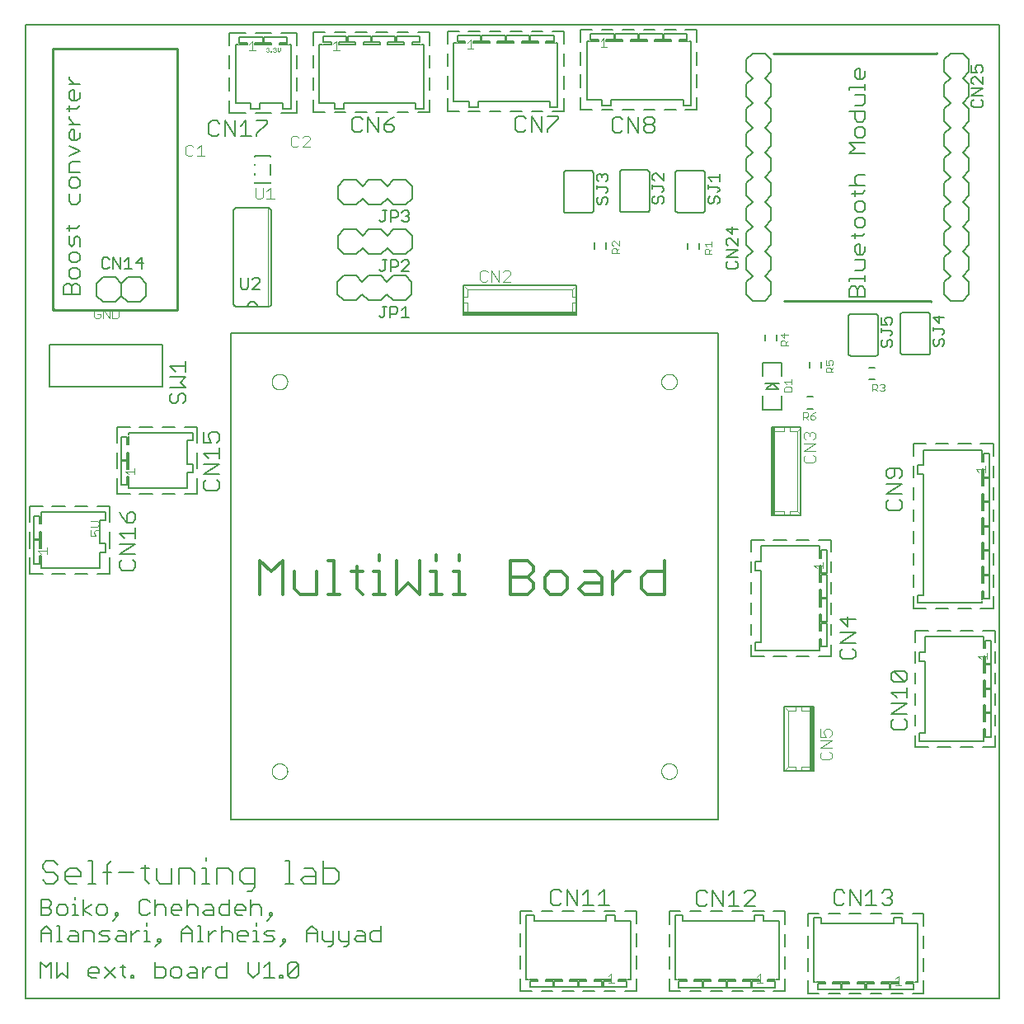
<source format=gto>
G75*
%MOIN*%
%OFA0B0*%
%FSLAX25Y25*%
%IPPOS*%
%LPD*%
%AMOC8*
5,1,8,0,0,1.08239X$1,22.5*
%
%ADD10C,0.00800*%
%ADD11C,0.00600*%
%ADD12C,0.01200*%
%ADD13C,0.00000*%
%ADD14C,0.00300*%
%ADD15C,0.00200*%
%ADD16C,0.01000*%
%ADD17C,0.00400*%
%ADD18C,0.00500*%
%ADD19C,0.00700*%
%ADD20R,0.45276X0.01476*%
%ADD21R,0.01476X0.35433*%
%ADD22R,0.01476X0.25591*%
D10*
X0075655Y0047033D02*
X0469356Y0047033D01*
X0469356Y0440734D01*
X0075655Y0440734D01*
X0075655Y0047033D01*
X0084145Y0093496D02*
X0082610Y0095031D01*
X0084145Y0093496D02*
X0087214Y0093496D01*
X0088749Y0095031D01*
X0088749Y0096565D01*
X0087214Y0098100D01*
X0084145Y0098100D01*
X0082610Y0099635D01*
X0082610Y0101169D01*
X0084145Y0102704D01*
X0087214Y0102704D01*
X0088749Y0101169D01*
X0091818Y0098100D02*
X0091818Y0095031D01*
X0093353Y0093496D01*
X0096422Y0093496D01*
X0097957Y0096565D02*
X0091818Y0096565D01*
X0091818Y0098100D02*
X0093353Y0099635D01*
X0096422Y0099635D01*
X0097957Y0098100D01*
X0097957Y0096565D01*
X0101026Y0093496D02*
X0104095Y0093496D01*
X0102561Y0093496D02*
X0102561Y0102704D01*
X0101026Y0102704D01*
X0107165Y0098100D02*
X0110234Y0098100D01*
X0113303Y0098100D02*
X0119442Y0098100D01*
X0122511Y0099635D02*
X0125580Y0099635D01*
X0124046Y0101169D02*
X0124046Y0095031D01*
X0125580Y0093496D01*
X0128650Y0095031D02*
X0128650Y0099635D01*
X0128650Y0095031D02*
X0130184Y0093496D01*
X0134788Y0093496D01*
X0134788Y0099635D01*
X0137857Y0099635D02*
X0142461Y0099635D01*
X0143996Y0098100D01*
X0143996Y0093496D01*
X0147065Y0093496D02*
X0150135Y0093496D01*
X0148600Y0093496D02*
X0148600Y0099635D01*
X0147065Y0099635D01*
X0148600Y0102704D02*
X0148600Y0104239D01*
X0153204Y0099635D02*
X0157808Y0099635D01*
X0159342Y0098100D01*
X0159342Y0093496D01*
X0162412Y0095031D02*
X0163946Y0093496D01*
X0168550Y0093496D01*
X0168550Y0091961D02*
X0168550Y0099635D01*
X0163946Y0099635D01*
X0162412Y0098100D01*
X0162412Y0095031D01*
X0165481Y0090427D02*
X0167016Y0090427D01*
X0168550Y0091961D01*
X0180827Y0093496D02*
X0183897Y0093496D01*
X0182362Y0093496D02*
X0182362Y0102704D01*
X0180827Y0102704D01*
X0188501Y0099635D02*
X0191570Y0099635D01*
X0193105Y0098100D01*
X0193105Y0093496D01*
X0188501Y0093496D01*
X0186966Y0095031D01*
X0188501Y0096565D01*
X0193105Y0096565D01*
X0196174Y0093496D02*
X0200778Y0093496D01*
X0202312Y0095031D01*
X0202312Y0098100D01*
X0200778Y0099635D01*
X0196174Y0099635D01*
X0196174Y0102704D02*
X0196174Y0093496D01*
X0158726Y0119277D02*
X0355576Y0119277D01*
X0355576Y0316128D01*
X0158726Y0316128D01*
X0158726Y0119277D01*
X0153204Y0099635D02*
X0153204Y0093496D01*
X0137857Y0093496D02*
X0137857Y0099635D01*
X0110234Y0102704D02*
X0108699Y0101169D01*
X0108699Y0093496D01*
X0131108Y0294454D02*
X0085320Y0294454D01*
X0085320Y0311580D01*
X0131108Y0311580D01*
X0131108Y0294454D01*
X0201876Y0331817D02*
X0204376Y0329317D01*
X0209376Y0329317D01*
X0211876Y0331817D01*
X0214376Y0329317D01*
X0219376Y0329317D01*
X0221876Y0331817D01*
X0224376Y0329317D01*
X0229376Y0329317D01*
X0231876Y0331817D01*
X0231876Y0336817D01*
X0229376Y0339317D01*
X0224376Y0339317D01*
X0221876Y0336817D01*
X0219376Y0339317D01*
X0214376Y0339317D01*
X0211876Y0336817D01*
X0209376Y0339317D01*
X0204376Y0339317D01*
X0201876Y0336817D01*
X0201876Y0331817D01*
X0204415Y0348096D02*
X0201915Y0350596D01*
X0201915Y0355596D01*
X0204415Y0358096D01*
X0209415Y0358096D01*
X0211915Y0355596D01*
X0214415Y0358096D01*
X0219415Y0358096D01*
X0221915Y0355596D01*
X0224415Y0358096D01*
X0229415Y0358096D01*
X0231915Y0355596D01*
X0231915Y0350596D01*
X0229415Y0348096D01*
X0224415Y0348096D01*
X0221915Y0350596D01*
X0219415Y0348096D01*
X0214415Y0348096D01*
X0211915Y0350596D01*
X0209415Y0348096D01*
X0204415Y0348096D01*
X0204415Y0368096D02*
X0201915Y0370596D01*
X0201915Y0375596D01*
X0204415Y0378096D01*
X0209415Y0378096D01*
X0211915Y0375596D01*
X0214415Y0378096D01*
X0219415Y0378096D01*
X0221915Y0375596D01*
X0224415Y0378096D01*
X0229415Y0378096D01*
X0231915Y0375596D01*
X0231915Y0370596D01*
X0229415Y0368096D01*
X0224415Y0368096D01*
X0221915Y0370596D01*
X0219415Y0368096D01*
X0214415Y0368096D01*
X0211915Y0370596D01*
X0209415Y0368096D01*
X0204415Y0368096D01*
X0252880Y0335340D02*
X0252880Y0323529D01*
X0298352Y0323529D01*
X0298352Y0335340D01*
X0252880Y0335340D01*
X0367072Y0336620D02*
X0367072Y0331620D01*
X0369572Y0329120D01*
X0374572Y0329120D01*
X0377072Y0331620D01*
X0377072Y0336620D01*
X0374572Y0339120D01*
X0377072Y0341620D01*
X0377072Y0346620D01*
X0374572Y0349120D01*
X0377072Y0351620D01*
X0377072Y0356620D01*
X0374572Y0359120D01*
X0377072Y0361620D01*
X0377072Y0366620D01*
X0374572Y0369120D01*
X0377072Y0371620D01*
X0377072Y0376620D01*
X0374572Y0379120D01*
X0377072Y0381620D01*
X0377072Y0386620D01*
X0374572Y0389120D01*
X0377072Y0391620D01*
X0377072Y0396620D01*
X0374572Y0399120D01*
X0377072Y0401620D01*
X0377072Y0406620D01*
X0374572Y0409120D01*
X0377072Y0411620D01*
X0377072Y0416620D01*
X0374572Y0419120D01*
X0377072Y0421620D01*
X0377072Y0426620D01*
X0374572Y0429120D01*
X0369572Y0429120D01*
X0367072Y0426620D01*
X0367072Y0421620D01*
X0369572Y0419120D01*
X0367072Y0416620D01*
X0367072Y0411620D01*
X0369572Y0409120D01*
X0367072Y0406620D01*
X0367072Y0401620D01*
X0369572Y0399120D01*
X0367072Y0396620D01*
X0367072Y0391620D01*
X0369572Y0389120D01*
X0367072Y0386620D01*
X0367072Y0381620D01*
X0369572Y0379120D01*
X0367072Y0376620D01*
X0367072Y0371620D01*
X0369572Y0369120D01*
X0367072Y0366620D01*
X0367072Y0361620D01*
X0369572Y0359120D01*
X0367072Y0356620D01*
X0367072Y0351620D01*
X0369572Y0349120D01*
X0367072Y0346620D01*
X0367072Y0341620D01*
X0369572Y0339120D01*
X0367072Y0336620D01*
X0373647Y0304159D02*
X0381521Y0304159D01*
X0381521Y0298647D01*
X0380340Y0295891D02*
X0377584Y0295891D01*
X0379946Y0293529D01*
X0375222Y0293529D01*
X0377584Y0295891D01*
X0374828Y0295891D01*
X0373647Y0298647D02*
X0373647Y0304159D01*
X0373647Y0290773D02*
X0373647Y0285261D01*
X0381521Y0285261D01*
X0381521Y0290773D01*
X0377348Y0277998D02*
X0389159Y0277998D01*
X0389159Y0242368D01*
X0377348Y0242368D01*
X0377348Y0277998D01*
X0447072Y0331620D02*
X0449572Y0329120D01*
X0454572Y0329120D01*
X0457072Y0331620D01*
X0457072Y0336620D01*
X0454572Y0339120D01*
X0457072Y0341620D01*
X0457072Y0346620D01*
X0454572Y0349120D01*
X0457072Y0351620D01*
X0457072Y0356620D01*
X0454572Y0359120D01*
X0457072Y0361620D01*
X0457072Y0366620D01*
X0454572Y0369120D01*
X0457072Y0371620D01*
X0457072Y0376620D01*
X0454572Y0379120D01*
X0457072Y0381620D01*
X0457072Y0386620D01*
X0454572Y0389120D01*
X0457072Y0391620D01*
X0457072Y0396620D01*
X0454572Y0399120D01*
X0457072Y0401620D01*
X0457072Y0406620D01*
X0454572Y0409120D01*
X0457072Y0411620D01*
X0457072Y0416620D01*
X0454572Y0419120D01*
X0457072Y0421620D01*
X0457072Y0426620D01*
X0454572Y0429120D01*
X0449572Y0429120D01*
X0447072Y0426620D01*
X0447072Y0421620D01*
X0449572Y0419120D01*
X0447072Y0416620D01*
X0447072Y0411620D01*
X0449572Y0409120D01*
X0447072Y0406620D01*
X0447072Y0401620D01*
X0449572Y0399120D01*
X0447072Y0396620D01*
X0447072Y0391620D01*
X0449572Y0389120D01*
X0447072Y0386620D01*
X0447072Y0381620D01*
X0449572Y0379120D01*
X0447072Y0376620D01*
X0447072Y0371620D01*
X0449572Y0369120D01*
X0447072Y0366620D01*
X0447072Y0361620D01*
X0449572Y0359120D01*
X0447072Y0356620D01*
X0447072Y0351620D01*
X0449572Y0349120D01*
X0447072Y0346620D01*
X0447072Y0341620D01*
X0449572Y0339120D01*
X0447072Y0336620D01*
X0447072Y0331620D01*
X0394277Y0164986D02*
X0382466Y0164986D01*
X0382466Y0139198D01*
X0394277Y0139198D01*
X0394277Y0164986D01*
D11*
X0394080Y0285576D02*
X0391718Y0285576D01*
X0391718Y0290301D02*
X0394080Y0290301D01*
X0392781Y0302230D02*
X0392781Y0304592D01*
X0397506Y0304592D02*
X0397506Y0302230D01*
X0408435Y0307919D02*
X0408435Y0322919D01*
X0408437Y0322979D01*
X0408442Y0323040D01*
X0408451Y0323099D01*
X0408464Y0323158D01*
X0408480Y0323217D01*
X0408500Y0323274D01*
X0408523Y0323329D01*
X0408550Y0323384D01*
X0408579Y0323436D01*
X0408612Y0323487D01*
X0408648Y0323536D01*
X0408686Y0323582D01*
X0408728Y0323626D01*
X0408772Y0323668D01*
X0408818Y0323706D01*
X0408867Y0323742D01*
X0408918Y0323775D01*
X0408970Y0323804D01*
X0409025Y0323831D01*
X0409080Y0323854D01*
X0409137Y0323874D01*
X0409196Y0323890D01*
X0409255Y0323903D01*
X0409314Y0323912D01*
X0409375Y0323917D01*
X0409435Y0323919D01*
X0419435Y0323919D01*
X0419495Y0323917D01*
X0419556Y0323912D01*
X0419615Y0323903D01*
X0419674Y0323890D01*
X0419733Y0323874D01*
X0419790Y0323854D01*
X0419845Y0323831D01*
X0419900Y0323804D01*
X0419952Y0323775D01*
X0420003Y0323742D01*
X0420052Y0323706D01*
X0420098Y0323668D01*
X0420142Y0323626D01*
X0420184Y0323582D01*
X0420222Y0323536D01*
X0420258Y0323487D01*
X0420291Y0323436D01*
X0420320Y0323384D01*
X0420347Y0323329D01*
X0420370Y0323274D01*
X0420390Y0323217D01*
X0420406Y0323158D01*
X0420419Y0323099D01*
X0420428Y0323040D01*
X0420433Y0322979D01*
X0420435Y0322919D01*
X0420435Y0307919D01*
X0420433Y0307859D01*
X0420428Y0307798D01*
X0420419Y0307739D01*
X0420406Y0307680D01*
X0420390Y0307621D01*
X0420370Y0307564D01*
X0420347Y0307509D01*
X0420320Y0307454D01*
X0420291Y0307402D01*
X0420258Y0307351D01*
X0420222Y0307302D01*
X0420184Y0307256D01*
X0420142Y0307212D01*
X0420098Y0307170D01*
X0420052Y0307132D01*
X0420003Y0307096D01*
X0419952Y0307063D01*
X0419900Y0307034D01*
X0419845Y0307007D01*
X0419790Y0306984D01*
X0419733Y0306964D01*
X0419674Y0306948D01*
X0419615Y0306935D01*
X0419556Y0306926D01*
X0419495Y0306921D01*
X0419435Y0306919D01*
X0409435Y0306919D01*
X0409375Y0306921D01*
X0409314Y0306926D01*
X0409255Y0306935D01*
X0409196Y0306948D01*
X0409137Y0306964D01*
X0409080Y0306984D01*
X0409025Y0307007D01*
X0408970Y0307034D01*
X0408918Y0307063D01*
X0408867Y0307096D01*
X0408818Y0307132D01*
X0408772Y0307170D01*
X0408728Y0307212D01*
X0408686Y0307256D01*
X0408648Y0307302D01*
X0408612Y0307351D01*
X0408579Y0307402D01*
X0408550Y0307454D01*
X0408523Y0307509D01*
X0408500Y0307564D01*
X0408480Y0307621D01*
X0408464Y0307680D01*
X0408451Y0307739D01*
X0408442Y0307798D01*
X0408437Y0307859D01*
X0408435Y0307919D01*
X0416679Y0302191D02*
X0419041Y0302191D01*
X0419041Y0297466D02*
X0416679Y0297466D01*
X0429419Y0308431D02*
X0429419Y0323431D01*
X0429421Y0323491D01*
X0429426Y0323552D01*
X0429435Y0323611D01*
X0429448Y0323670D01*
X0429464Y0323729D01*
X0429484Y0323786D01*
X0429507Y0323841D01*
X0429534Y0323896D01*
X0429563Y0323948D01*
X0429596Y0323999D01*
X0429632Y0324048D01*
X0429670Y0324094D01*
X0429712Y0324138D01*
X0429756Y0324180D01*
X0429802Y0324218D01*
X0429851Y0324254D01*
X0429902Y0324287D01*
X0429954Y0324316D01*
X0430009Y0324343D01*
X0430064Y0324366D01*
X0430121Y0324386D01*
X0430180Y0324402D01*
X0430239Y0324415D01*
X0430298Y0324424D01*
X0430359Y0324429D01*
X0430419Y0324431D01*
X0440419Y0324431D01*
X0440479Y0324429D01*
X0440540Y0324424D01*
X0440599Y0324415D01*
X0440658Y0324402D01*
X0440717Y0324386D01*
X0440774Y0324366D01*
X0440829Y0324343D01*
X0440884Y0324316D01*
X0440936Y0324287D01*
X0440987Y0324254D01*
X0441036Y0324218D01*
X0441082Y0324180D01*
X0441126Y0324138D01*
X0441168Y0324094D01*
X0441206Y0324048D01*
X0441242Y0323999D01*
X0441275Y0323948D01*
X0441304Y0323896D01*
X0441331Y0323841D01*
X0441354Y0323786D01*
X0441374Y0323729D01*
X0441390Y0323670D01*
X0441403Y0323611D01*
X0441412Y0323552D01*
X0441417Y0323491D01*
X0441419Y0323431D01*
X0441419Y0308431D01*
X0441417Y0308371D01*
X0441412Y0308310D01*
X0441403Y0308251D01*
X0441390Y0308192D01*
X0441374Y0308133D01*
X0441354Y0308076D01*
X0441331Y0308021D01*
X0441304Y0307966D01*
X0441275Y0307914D01*
X0441242Y0307863D01*
X0441206Y0307814D01*
X0441168Y0307768D01*
X0441126Y0307724D01*
X0441082Y0307682D01*
X0441036Y0307644D01*
X0440987Y0307608D01*
X0440936Y0307575D01*
X0440884Y0307546D01*
X0440829Y0307519D01*
X0440774Y0307496D01*
X0440717Y0307476D01*
X0440658Y0307460D01*
X0440599Y0307447D01*
X0440540Y0307438D01*
X0440479Y0307433D01*
X0440419Y0307431D01*
X0430419Y0307431D01*
X0430359Y0307433D01*
X0430298Y0307438D01*
X0430239Y0307447D01*
X0430180Y0307460D01*
X0430121Y0307476D01*
X0430064Y0307496D01*
X0430009Y0307519D01*
X0429954Y0307546D01*
X0429902Y0307575D01*
X0429851Y0307608D01*
X0429802Y0307644D01*
X0429756Y0307682D01*
X0429712Y0307724D01*
X0429670Y0307768D01*
X0429632Y0307814D01*
X0429596Y0307863D01*
X0429563Y0307914D01*
X0429534Y0307966D01*
X0429507Y0308021D01*
X0429484Y0308076D01*
X0429464Y0308133D01*
X0429448Y0308192D01*
X0429435Y0308251D01*
X0429426Y0308310D01*
X0429421Y0308371D01*
X0429419Y0308431D01*
X0415217Y0330699D02*
X0408812Y0330699D01*
X0408812Y0333902D01*
X0409879Y0334970D01*
X0410947Y0334970D01*
X0412015Y0333902D01*
X0412015Y0330699D01*
X0415217Y0330699D02*
X0415217Y0333902D01*
X0414150Y0334970D01*
X0413082Y0334970D01*
X0412015Y0333902D01*
X0415217Y0337145D02*
X0415217Y0339280D01*
X0415217Y0338212D02*
X0408812Y0338212D01*
X0408812Y0337145D01*
X0410947Y0341442D02*
X0414150Y0341442D01*
X0415217Y0342509D01*
X0415217Y0345712D01*
X0410947Y0345712D01*
X0412015Y0347887D02*
X0410947Y0348955D01*
X0410947Y0351090D01*
X0412015Y0352158D01*
X0413082Y0352158D01*
X0413082Y0347887D01*
X0412015Y0347887D02*
X0414150Y0347887D01*
X0415217Y0348955D01*
X0415217Y0351090D01*
X0414150Y0355400D02*
X0409879Y0355400D01*
X0410947Y0354333D02*
X0410947Y0356468D01*
X0412015Y0358630D02*
X0414150Y0358630D01*
X0415217Y0359697D01*
X0415217Y0361832D01*
X0414150Y0362900D01*
X0412015Y0362900D01*
X0410947Y0361832D01*
X0410947Y0359697D01*
X0412015Y0358630D01*
X0415217Y0356468D02*
X0414150Y0355400D01*
X0414150Y0365075D02*
X0412015Y0365075D01*
X0410947Y0366143D01*
X0410947Y0368278D01*
X0412015Y0369346D01*
X0414150Y0369346D01*
X0415217Y0368278D01*
X0415217Y0366143D01*
X0414150Y0365075D01*
X0410947Y0371521D02*
X0410947Y0373656D01*
X0409879Y0372588D02*
X0414150Y0372588D01*
X0415217Y0373656D01*
X0415217Y0375818D02*
X0408812Y0375818D01*
X0410947Y0376885D02*
X0410947Y0379020D01*
X0412015Y0380088D01*
X0415217Y0380088D01*
X0412015Y0375818D02*
X0410947Y0376885D01*
X0408812Y0388709D02*
X0410947Y0390844D01*
X0408812Y0392979D01*
X0415217Y0392979D01*
X0414150Y0395154D02*
X0412015Y0395154D01*
X0410947Y0396222D01*
X0410947Y0398357D01*
X0412015Y0399424D01*
X0414150Y0399424D01*
X0415217Y0398357D01*
X0415217Y0396222D01*
X0414150Y0395154D01*
X0414150Y0401600D02*
X0412015Y0401600D01*
X0410947Y0402667D01*
X0410947Y0405870D01*
X0408812Y0405870D02*
X0415217Y0405870D01*
X0415217Y0402667D01*
X0414150Y0401600D01*
X0414150Y0408045D02*
X0410947Y0408045D01*
X0414150Y0408045D02*
X0415217Y0409113D01*
X0415217Y0412315D01*
X0410947Y0412315D01*
X0408812Y0414491D02*
X0408812Y0415558D01*
X0415217Y0415558D01*
X0415217Y0414491D02*
X0415217Y0416626D01*
X0414150Y0418788D02*
X0412015Y0418788D01*
X0410947Y0419855D01*
X0410947Y0421990D01*
X0412015Y0423058D01*
X0413082Y0423058D01*
X0413082Y0418788D01*
X0414150Y0418788D02*
X0415217Y0419855D01*
X0415217Y0421990D01*
X0415217Y0388709D02*
X0408812Y0388709D01*
X0350474Y0380911D02*
X0350474Y0365911D01*
X0350472Y0365851D01*
X0350467Y0365790D01*
X0350458Y0365731D01*
X0350445Y0365672D01*
X0350429Y0365613D01*
X0350409Y0365556D01*
X0350386Y0365501D01*
X0350359Y0365446D01*
X0350330Y0365394D01*
X0350297Y0365343D01*
X0350261Y0365294D01*
X0350223Y0365248D01*
X0350181Y0365204D01*
X0350137Y0365162D01*
X0350091Y0365124D01*
X0350042Y0365088D01*
X0349991Y0365055D01*
X0349939Y0365026D01*
X0349884Y0364999D01*
X0349829Y0364976D01*
X0349772Y0364956D01*
X0349713Y0364940D01*
X0349654Y0364927D01*
X0349595Y0364918D01*
X0349534Y0364913D01*
X0349474Y0364911D01*
X0339474Y0364911D01*
X0339414Y0364913D01*
X0339353Y0364918D01*
X0339294Y0364927D01*
X0339235Y0364940D01*
X0339176Y0364956D01*
X0339119Y0364976D01*
X0339064Y0364999D01*
X0339009Y0365026D01*
X0338957Y0365055D01*
X0338906Y0365088D01*
X0338857Y0365124D01*
X0338811Y0365162D01*
X0338767Y0365204D01*
X0338725Y0365248D01*
X0338687Y0365294D01*
X0338651Y0365343D01*
X0338618Y0365394D01*
X0338589Y0365446D01*
X0338562Y0365501D01*
X0338539Y0365556D01*
X0338519Y0365613D01*
X0338503Y0365672D01*
X0338490Y0365731D01*
X0338481Y0365790D01*
X0338476Y0365851D01*
X0338474Y0365911D01*
X0338474Y0380911D01*
X0338476Y0380971D01*
X0338481Y0381032D01*
X0338490Y0381091D01*
X0338503Y0381150D01*
X0338519Y0381209D01*
X0338539Y0381266D01*
X0338562Y0381321D01*
X0338589Y0381376D01*
X0338618Y0381428D01*
X0338651Y0381479D01*
X0338687Y0381528D01*
X0338725Y0381574D01*
X0338767Y0381618D01*
X0338811Y0381660D01*
X0338857Y0381698D01*
X0338906Y0381734D01*
X0338957Y0381767D01*
X0339009Y0381796D01*
X0339064Y0381823D01*
X0339119Y0381846D01*
X0339176Y0381866D01*
X0339235Y0381882D01*
X0339294Y0381895D01*
X0339353Y0381904D01*
X0339414Y0381909D01*
X0339474Y0381911D01*
X0349474Y0381911D01*
X0349534Y0381909D01*
X0349595Y0381904D01*
X0349654Y0381895D01*
X0349713Y0381882D01*
X0349772Y0381866D01*
X0349829Y0381846D01*
X0349884Y0381823D01*
X0349939Y0381796D01*
X0349991Y0381767D01*
X0350042Y0381734D01*
X0350091Y0381698D01*
X0350137Y0381660D01*
X0350181Y0381618D01*
X0350223Y0381574D01*
X0350261Y0381528D01*
X0350297Y0381479D01*
X0350330Y0381428D01*
X0350359Y0381376D01*
X0350386Y0381321D01*
X0350409Y0381266D01*
X0350429Y0381209D01*
X0350445Y0381150D01*
X0350458Y0381091D01*
X0350467Y0381032D01*
X0350472Y0380971D01*
X0350474Y0380911D01*
X0327954Y0381029D02*
X0327954Y0366029D01*
X0327952Y0365969D01*
X0327947Y0365908D01*
X0327938Y0365849D01*
X0327925Y0365790D01*
X0327909Y0365731D01*
X0327889Y0365674D01*
X0327866Y0365619D01*
X0327839Y0365564D01*
X0327810Y0365512D01*
X0327777Y0365461D01*
X0327741Y0365412D01*
X0327703Y0365366D01*
X0327661Y0365322D01*
X0327617Y0365280D01*
X0327571Y0365242D01*
X0327522Y0365206D01*
X0327471Y0365173D01*
X0327419Y0365144D01*
X0327364Y0365117D01*
X0327309Y0365094D01*
X0327252Y0365074D01*
X0327193Y0365058D01*
X0327134Y0365045D01*
X0327075Y0365036D01*
X0327014Y0365031D01*
X0326954Y0365029D01*
X0316954Y0365029D01*
X0316894Y0365031D01*
X0316833Y0365036D01*
X0316774Y0365045D01*
X0316715Y0365058D01*
X0316656Y0365074D01*
X0316599Y0365094D01*
X0316544Y0365117D01*
X0316489Y0365144D01*
X0316437Y0365173D01*
X0316386Y0365206D01*
X0316337Y0365242D01*
X0316291Y0365280D01*
X0316247Y0365322D01*
X0316205Y0365366D01*
X0316167Y0365412D01*
X0316131Y0365461D01*
X0316098Y0365512D01*
X0316069Y0365564D01*
X0316042Y0365619D01*
X0316019Y0365674D01*
X0315999Y0365731D01*
X0315983Y0365790D01*
X0315970Y0365849D01*
X0315961Y0365908D01*
X0315956Y0365969D01*
X0315954Y0366029D01*
X0315954Y0381029D01*
X0315956Y0381089D01*
X0315961Y0381150D01*
X0315970Y0381209D01*
X0315983Y0381268D01*
X0315999Y0381327D01*
X0316019Y0381384D01*
X0316042Y0381439D01*
X0316069Y0381494D01*
X0316098Y0381546D01*
X0316131Y0381597D01*
X0316167Y0381646D01*
X0316205Y0381692D01*
X0316247Y0381736D01*
X0316291Y0381778D01*
X0316337Y0381816D01*
X0316386Y0381852D01*
X0316437Y0381885D01*
X0316489Y0381914D01*
X0316544Y0381941D01*
X0316599Y0381964D01*
X0316656Y0381984D01*
X0316715Y0382000D01*
X0316774Y0382013D01*
X0316833Y0382022D01*
X0316894Y0382027D01*
X0316954Y0382029D01*
X0326954Y0382029D01*
X0327014Y0382027D01*
X0327075Y0382022D01*
X0327134Y0382013D01*
X0327193Y0382000D01*
X0327252Y0381984D01*
X0327309Y0381964D01*
X0327364Y0381941D01*
X0327419Y0381914D01*
X0327471Y0381885D01*
X0327522Y0381852D01*
X0327571Y0381816D01*
X0327617Y0381778D01*
X0327661Y0381736D01*
X0327703Y0381692D01*
X0327741Y0381646D01*
X0327777Y0381597D01*
X0327810Y0381546D01*
X0327839Y0381494D01*
X0327866Y0381439D01*
X0327889Y0381384D01*
X0327909Y0381327D01*
X0327925Y0381268D01*
X0327938Y0381209D01*
X0327947Y0381150D01*
X0327952Y0381089D01*
X0327954Y0381029D01*
X0305317Y0380793D02*
X0305317Y0365793D01*
X0305315Y0365733D01*
X0305310Y0365672D01*
X0305301Y0365613D01*
X0305288Y0365554D01*
X0305272Y0365495D01*
X0305252Y0365438D01*
X0305229Y0365383D01*
X0305202Y0365328D01*
X0305173Y0365276D01*
X0305140Y0365225D01*
X0305104Y0365176D01*
X0305066Y0365130D01*
X0305024Y0365086D01*
X0304980Y0365044D01*
X0304934Y0365006D01*
X0304885Y0364970D01*
X0304834Y0364937D01*
X0304782Y0364908D01*
X0304727Y0364881D01*
X0304672Y0364858D01*
X0304615Y0364838D01*
X0304556Y0364822D01*
X0304497Y0364809D01*
X0304438Y0364800D01*
X0304377Y0364795D01*
X0304317Y0364793D01*
X0294317Y0364793D01*
X0294257Y0364795D01*
X0294196Y0364800D01*
X0294137Y0364809D01*
X0294078Y0364822D01*
X0294019Y0364838D01*
X0293962Y0364858D01*
X0293907Y0364881D01*
X0293852Y0364908D01*
X0293800Y0364937D01*
X0293749Y0364970D01*
X0293700Y0365006D01*
X0293654Y0365044D01*
X0293610Y0365086D01*
X0293568Y0365130D01*
X0293530Y0365176D01*
X0293494Y0365225D01*
X0293461Y0365276D01*
X0293432Y0365328D01*
X0293405Y0365383D01*
X0293382Y0365438D01*
X0293362Y0365495D01*
X0293346Y0365554D01*
X0293333Y0365613D01*
X0293324Y0365672D01*
X0293319Y0365733D01*
X0293317Y0365793D01*
X0293317Y0380793D01*
X0293319Y0380853D01*
X0293324Y0380914D01*
X0293333Y0380973D01*
X0293346Y0381032D01*
X0293362Y0381091D01*
X0293382Y0381148D01*
X0293405Y0381203D01*
X0293432Y0381258D01*
X0293461Y0381310D01*
X0293494Y0381361D01*
X0293530Y0381410D01*
X0293568Y0381456D01*
X0293610Y0381500D01*
X0293654Y0381542D01*
X0293700Y0381580D01*
X0293749Y0381616D01*
X0293800Y0381649D01*
X0293852Y0381678D01*
X0293907Y0381705D01*
X0293962Y0381728D01*
X0294019Y0381748D01*
X0294078Y0381764D01*
X0294137Y0381777D01*
X0294196Y0381786D01*
X0294257Y0381791D01*
X0294317Y0381793D01*
X0304317Y0381793D01*
X0304377Y0381791D01*
X0304438Y0381786D01*
X0304497Y0381777D01*
X0304556Y0381764D01*
X0304615Y0381748D01*
X0304672Y0381728D01*
X0304727Y0381705D01*
X0304782Y0381678D01*
X0304834Y0381649D01*
X0304885Y0381616D01*
X0304934Y0381580D01*
X0304980Y0381542D01*
X0305024Y0381500D01*
X0305066Y0381456D01*
X0305104Y0381410D01*
X0305140Y0381361D01*
X0305173Y0381310D01*
X0305202Y0381258D01*
X0305229Y0381203D01*
X0305252Y0381148D01*
X0305272Y0381091D01*
X0305288Y0381032D01*
X0305301Y0380973D01*
X0305310Y0380914D01*
X0305315Y0380853D01*
X0305317Y0380793D01*
X0305694Y0352604D02*
X0305694Y0350241D01*
X0310419Y0350241D02*
X0310419Y0352604D01*
X0343372Y0352564D02*
X0343372Y0350202D01*
X0348096Y0350202D02*
X0348096Y0352564D01*
X0374710Y0315498D02*
X0374710Y0313135D01*
X0379435Y0313135D02*
X0379435Y0315498D01*
X0175146Y0328336D02*
X0175146Y0365336D01*
X0175144Y0365412D01*
X0175138Y0365488D01*
X0175129Y0365563D01*
X0175115Y0365638D01*
X0175098Y0365712D01*
X0175077Y0365785D01*
X0175053Y0365857D01*
X0175024Y0365928D01*
X0174993Y0365997D01*
X0174958Y0366064D01*
X0174919Y0366129D01*
X0174877Y0366193D01*
X0174832Y0366254D01*
X0174784Y0366313D01*
X0174733Y0366369D01*
X0174679Y0366423D01*
X0174623Y0366474D01*
X0174564Y0366522D01*
X0174503Y0366567D01*
X0174439Y0366609D01*
X0174374Y0366648D01*
X0174307Y0366683D01*
X0174238Y0366714D01*
X0174167Y0366743D01*
X0174095Y0366767D01*
X0174022Y0366788D01*
X0173948Y0366805D01*
X0173873Y0366819D01*
X0173798Y0366828D01*
X0173722Y0366834D01*
X0173646Y0366836D01*
X0161246Y0366836D01*
X0161170Y0366834D01*
X0161094Y0366828D01*
X0161019Y0366819D01*
X0160944Y0366805D01*
X0160870Y0366788D01*
X0160797Y0366767D01*
X0160725Y0366743D01*
X0160654Y0366714D01*
X0160585Y0366683D01*
X0160518Y0366648D01*
X0160453Y0366609D01*
X0160389Y0366567D01*
X0160328Y0366522D01*
X0160269Y0366474D01*
X0160213Y0366423D01*
X0160159Y0366369D01*
X0160108Y0366313D01*
X0160060Y0366254D01*
X0160015Y0366193D01*
X0159973Y0366129D01*
X0159934Y0366064D01*
X0159899Y0365997D01*
X0159868Y0365928D01*
X0159839Y0365857D01*
X0159815Y0365785D01*
X0159794Y0365712D01*
X0159777Y0365638D01*
X0159763Y0365563D01*
X0159754Y0365488D01*
X0159748Y0365412D01*
X0159746Y0365336D01*
X0159746Y0328336D01*
X0159748Y0328260D01*
X0159754Y0328184D01*
X0159763Y0328109D01*
X0159777Y0328034D01*
X0159794Y0327960D01*
X0159815Y0327887D01*
X0159839Y0327815D01*
X0159868Y0327744D01*
X0159899Y0327675D01*
X0159934Y0327608D01*
X0159973Y0327543D01*
X0160015Y0327479D01*
X0160060Y0327418D01*
X0160108Y0327359D01*
X0160159Y0327303D01*
X0160213Y0327249D01*
X0160269Y0327198D01*
X0160328Y0327150D01*
X0160389Y0327105D01*
X0160453Y0327063D01*
X0160518Y0327024D01*
X0160585Y0326989D01*
X0160654Y0326958D01*
X0160725Y0326929D01*
X0160797Y0326905D01*
X0160870Y0326884D01*
X0160944Y0326867D01*
X0161019Y0326853D01*
X0161094Y0326844D01*
X0161170Y0326838D01*
X0161246Y0326836D01*
X0165446Y0326836D01*
X0169446Y0326836D01*
X0173646Y0326836D01*
X0173722Y0326838D01*
X0173798Y0326844D01*
X0173873Y0326853D01*
X0173948Y0326867D01*
X0174022Y0326884D01*
X0174095Y0326905D01*
X0174167Y0326929D01*
X0174238Y0326958D01*
X0174307Y0326989D01*
X0174374Y0327024D01*
X0174439Y0327063D01*
X0174503Y0327105D01*
X0174564Y0327150D01*
X0174623Y0327198D01*
X0174679Y0327249D01*
X0174733Y0327303D01*
X0174784Y0327359D01*
X0174832Y0327418D01*
X0174877Y0327479D01*
X0174919Y0327543D01*
X0174958Y0327608D01*
X0174993Y0327675D01*
X0175024Y0327744D01*
X0175053Y0327815D01*
X0175077Y0327887D01*
X0175098Y0327960D01*
X0175115Y0328034D01*
X0175129Y0328109D01*
X0175138Y0328184D01*
X0175144Y0328260D01*
X0175146Y0328336D01*
X0169446Y0326836D02*
X0169444Y0326924D01*
X0169438Y0327013D01*
X0169428Y0327101D01*
X0169415Y0327188D01*
X0169397Y0327275D01*
X0169376Y0327361D01*
X0169351Y0327446D01*
X0169322Y0327529D01*
X0169289Y0327612D01*
X0169253Y0327692D01*
X0169214Y0327771D01*
X0169171Y0327849D01*
X0169124Y0327924D01*
X0169074Y0327997D01*
X0169021Y0328068D01*
X0168965Y0328137D01*
X0168906Y0328203D01*
X0168844Y0328266D01*
X0168780Y0328326D01*
X0168713Y0328384D01*
X0168643Y0328438D01*
X0168571Y0328490D01*
X0168497Y0328538D01*
X0168420Y0328583D01*
X0168342Y0328624D01*
X0168262Y0328662D01*
X0168181Y0328696D01*
X0168098Y0328727D01*
X0168013Y0328754D01*
X0167928Y0328777D01*
X0167842Y0328796D01*
X0167754Y0328812D01*
X0167667Y0328824D01*
X0167579Y0328832D01*
X0167490Y0328836D01*
X0167402Y0328836D01*
X0167313Y0328832D01*
X0167225Y0328824D01*
X0167138Y0328812D01*
X0167050Y0328796D01*
X0166964Y0328777D01*
X0166879Y0328754D01*
X0166794Y0328727D01*
X0166711Y0328696D01*
X0166630Y0328662D01*
X0166550Y0328624D01*
X0166472Y0328583D01*
X0166395Y0328538D01*
X0166321Y0328490D01*
X0166249Y0328438D01*
X0166179Y0328384D01*
X0166112Y0328326D01*
X0166048Y0328266D01*
X0165986Y0328203D01*
X0165927Y0328137D01*
X0165871Y0328068D01*
X0165818Y0327997D01*
X0165768Y0327924D01*
X0165721Y0327849D01*
X0165678Y0327771D01*
X0165639Y0327692D01*
X0165603Y0327612D01*
X0165570Y0327529D01*
X0165541Y0327446D01*
X0165516Y0327361D01*
X0165495Y0327275D01*
X0165477Y0327188D01*
X0165464Y0327101D01*
X0165454Y0327013D01*
X0165448Y0326924D01*
X0165446Y0326836D01*
X0124494Y0331128D02*
X0121994Y0328628D01*
X0116994Y0328628D01*
X0114494Y0331128D01*
X0111994Y0328628D01*
X0106994Y0328628D01*
X0104494Y0331128D01*
X0104494Y0336128D01*
X0106994Y0338628D01*
X0111994Y0338628D01*
X0114494Y0336128D01*
X0116994Y0338628D01*
X0121994Y0338628D01*
X0124494Y0336128D01*
X0124494Y0331128D01*
X0114494Y0331128D02*
X0114494Y0336128D01*
X0097599Y0334945D02*
X0097599Y0331743D01*
X0091194Y0331743D01*
X0091194Y0334945D01*
X0092261Y0336013D01*
X0093329Y0336013D01*
X0094396Y0334945D01*
X0094396Y0331743D01*
X0094396Y0334945D02*
X0095464Y0336013D01*
X0096532Y0336013D01*
X0097599Y0334945D01*
X0096532Y0338188D02*
X0094396Y0338188D01*
X0093329Y0339256D01*
X0093329Y0341391D01*
X0094396Y0342458D01*
X0096532Y0342458D01*
X0097599Y0341391D01*
X0097599Y0339256D01*
X0096532Y0338188D01*
X0096532Y0344634D02*
X0094396Y0344634D01*
X0093329Y0345701D01*
X0093329Y0347836D01*
X0094396Y0348904D01*
X0096532Y0348904D01*
X0097599Y0347836D01*
X0097599Y0345701D01*
X0096532Y0344634D01*
X0097599Y0351079D02*
X0097599Y0354282D01*
X0096532Y0355349D01*
X0095464Y0354282D01*
X0095464Y0352147D01*
X0094396Y0351079D01*
X0093329Y0352147D01*
X0093329Y0355349D01*
X0093329Y0357525D02*
X0093329Y0359660D01*
X0092261Y0358592D02*
X0096532Y0358592D01*
X0097599Y0359660D01*
X0096532Y0368267D02*
X0094396Y0368267D01*
X0093329Y0369335D01*
X0093329Y0372537D01*
X0094396Y0374712D02*
X0096532Y0374712D01*
X0097599Y0375780D01*
X0097599Y0377915D01*
X0096532Y0378983D01*
X0094396Y0378983D01*
X0093329Y0377915D01*
X0093329Y0375780D01*
X0094396Y0374712D01*
X0097599Y0372537D02*
X0097599Y0369335D01*
X0096532Y0368267D01*
X0097599Y0381158D02*
X0093329Y0381158D01*
X0093329Y0384361D01*
X0094396Y0385428D01*
X0097599Y0385428D01*
X0097599Y0389739D02*
X0093329Y0391874D01*
X0094396Y0394049D02*
X0093329Y0395117D01*
X0093329Y0397252D01*
X0094396Y0398319D01*
X0095464Y0398319D01*
X0095464Y0394049D01*
X0096532Y0394049D02*
X0094396Y0394049D01*
X0096532Y0394049D02*
X0097599Y0395117D01*
X0097599Y0397252D01*
X0097599Y0400494D02*
X0093329Y0400494D01*
X0095464Y0400494D02*
X0093329Y0402630D01*
X0093329Y0403697D01*
X0093329Y0405866D02*
X0093329Y0408001D01*
X0092261Y0406933D02*
X0096532Y0406933D01*
X0097599Y0408001D01*
X0096532Y0410163D02*
X0094396Y0410163D01*
X0093329Y0411230D01*
X0093329Y0413365D01*
X0094396Y0414433D01*
X0095464Y0414433D01*
X0095464Y0410163D01*
X0096532Y0410163D02*
X0097599Y0411230D01*
X0097599Y0413365D01*
X0097599Y0416608D02*
X0093329Y0416608D01*
X0095464Y0416608D02*
X0093329Y0418743D01*
X0093329Y0419811D01*
X0097599Y0389739D02*
X0093329Y0387603D01*
X0168470Y0387517D02*
X0168470Y0387887D01*
X0174848Y0387887D01*
X0174848Y0387517D01*
X0174848Y0384344D02*
X0174848Y0380234D01*
X0174848Y0377061D02*
X0174848Y0376691D01*
X0168470Y0376691D01*
X0168470Y0377061D01*
X0168470Y0380234D02*
X0168470Y0380604D01*
X0168470Y0383974D02*
X0168470Y0384344D01*
X0095878Y0088141D02*
X0095878Y0087073D01*
X0095878Y0084938D02*
X0095878Y0080668D01*
X0094811Y0080668D02*
X0096946Y0080668D01*
X0099108Y0080668D02*
X0099108Y0087073D01*
X0102310Y0084938D02*
X0099108Y0082803D01*
X0102310Y0080668D01*
X0104479Y0081735D02*
X0105546Y0080668D01*
X0107682Y0080668D01*
X0108749Y0081735D01*
X0108749Y0083870D01*
X0107682Y0084938D01*
X0105546Y0084938D01*
X0104479Y0083870D01*
X0104479Y0081735D01*
X0110924Y0078533D02*
X0113060Y0080668D01*
X0111992Y0080668D01*
X0111992Y0081735D01*
X0113060Y0081735D01*
X0113060Y0080668D01*
X0113066Y0074438D02*
X0115201Y0074438D01*
X0116269Y0073370D01*
X0116269Y0070168D01*
X0113066Y0070168D01*
X0111999Y0071235D01*
X0113066Y0072303D01*
X0116269Y0072303D01*
X0118444Y0072303D02*
X0120579Y0074438D01*
X0121647Y0074438D01*
X0123815Y0074438D02*
X0124883Y0074438D01*
X0124883Y0070168D01*
X0123815Y0070168D02*
X0125951Y0070168D01*
X0128112Y0068033D02*
X0130248Y0070168D01*
X0129180Y0070168D01*
X0129180Y0071235D01*
X0130248Y0071235D01*
X0130248Y0070168D01*
X0124883Y0076573D02*
X0124883Y0077641D01*
X0124870Y0080668D02*
X0125937Y0081735D01*
X0124870Y0080668D02*
X0122734Y0080668D01*
X0121667Y0081735D01*
X0121667Y0086006D01*
X0122734Y0087073D01*
X0124870Y0087073D01*
X0125937Y0086006D01*
X0128112Y0087073D02*
X0128112Y0080668D01*
X0128112Y0083870D02*
X0129180Y0084938D01*
X0131315Y0084938D01*
X0132383Y0083870D01*
X0132383Y0080668D01*
X0134558Y0081735D02*
X0134558Y0083870D01*
X0135625Y0084938D01*
X0137761Y0084938D01*
X0138828Y0083870D01*
X0138828Y0082803D01*
X0134558Y0082803D01*
X0134558Y0081735D02*
X0135625Y0080668D01*
X0137761Y0080668D01*
X0141003Y0080668D02*
X0141003Y0087073D01*
X0142071Y0084938D02*
X0144206Y0084938D01*
X0145274Y0083870D01*
X0145274Y0080668D01*
X0147449Y0081735D02*
X0148516Y0082803D01*
X0151719Y0082803D01*
X0151719Y0083870D02*
X0151719Y0080668D01*
X0148516Y0080668D01*
X0147449Y0081735D01*
X0148516Y0084938D02*
X0150652Y0084938D01*
X0151719Y0083870D01*
X0153894Y0083870D02*
X0154962Y0084938D01*
X0158165Y0084938D01*
X0158165Y0087073D02*
X0158165Y0080668D01*
X0154962Y0080668D01*
X0153894Y0081735D01*
X0153894Y0083870D01*
X0160340Y0083870D02*
X0160340Y0081735D01*
X0161407Y0080668D01*
X0163543Y0080668D01*
X0164610Y0082803D02*
X0160340Y0082803D01*
X0160340Y0083870D02*
X0161407Y0084938D01*
X0163543Y0084938D01*
X0164610Y0083870D01*
X0164610Y0082803D01*
X0166785Y0083870D02*
X0167853Y0084938D01*
X0169988Y0084938D01*
X0171056Y0083870D01*
X0171056Y0080668D01*
X0173231Y0078533D02*
X0175366Y0080668D01*
X0174298Y0080668D01*
X0174298Y0081735D01*
X0175366Y0081735D01*
X0175366Y0080668D01*
X0176427Y0074438D02*
X0173224Y0074438D01*
X0172157Y0073370D01*
X0173224Y0072303D01*
X0175359Y0072303D01*
X0176427Y0071235D01*
X0175359Y0070168D01*
X0172157Y0070168D01*
X0169995Y0070168D02*
X0167860Y0070168D01*
X0168927Y0070168D02*
X0168927Y0074438D01*
X0167860Y0074438D01*
X0168927Y0076573D02*
X0168927Y0077641D01*
X0166785Y0080668D02*
X0166785Y0087073D01*
X0164617Y0074438D02*
X0162482Y0074438D01*
X0161414Y0073370D01*
X0161414Y0071235D01*
X0162482Y0070168D01*
X0164617Y0070168D01*
X0165684Y0072303D02*
X0161414Y0072303D01*
X0159239Y0073370D02*
X0159239Y0070168D01*
X0159239Y0073370D02*
X0158171Y0074438D01*
X0156036Y0074438D01*
X0154969Y0073370D01*
X0152800Y0074438D02*
X0151733Y0074438D01*
X0149597Y0072303D01*
X0149597Y0070168D02*
X0149597Y0074438D01*
X0146368Y0076573D02*
X0146368Y0070168D01*
X0145300Y0070168D02*
X0147436Y0070168D01*
X0143125Y0070168D02*
X0143125Y0074438D01*
X0140990Y0076573D01*
X0138855Y0074438D01*
X0138855Y0070168D01*
X0138855Y0073370D02*
X0143125Y0073370D01*
X0145300Y0076573D02*
X0146368Y0076573D01*
X0154969Y0076573D02*
X0154969Y0070168D01*
X0157031Y0061829D02*
X0157031Y0055424D01*
X0153829Y0055424D01*
X0152761Y0056491D01*
X0152761Y0058626D01*
X0153829Y0059694D01*
X0157031Y0059694D01*
X0150593Y0059694D02*
X0149525Y0059694D01*
X0147390Y0057559D01*
X0147390Y0055424D02*
X0147390Y0059694D01*
X0145215Y0058626D02*
X0145215Y0055424D01*
X0142012Y0055424D01*
X0140944Y0056491D01*
X0142012Y0057559D01*
X0145215Y0057559D01*
X0145215Y0058626D02*
X0144147Y0059694D01*
X0142012Y0059694D01*
X0138769Y0058626D02*
X0137702Y0059694D01*
X0135566Y0059694D01*
X0134499Y0058626D01*
X0134499Y0056491D01*
X0135566Y0055424D01*
X0137702Y0055424D01*
X0138769Y0056491D01*
X0138769Y0058626D01*
X0132324Y0058626D02*
X0132324Y0056491D01*
X0131256Y0055424D01*
X0128053Y0055424D01*
X0128053Y0061829D01*
X0128053Y0059694D02*
X0131256Y0059694D01*
X0132324Y0058626D01*
X0119453Y0056491D02*
X0119453Y0055424D01*
X0118385Y0055424D01*
X0118385Y0056491D01*
X0119453Y0056491D01*
X0116223Y0055424D02*
X0115156Y0056491D01*
X0115156Y0060762D01*
X0116223Y0059694D02*
X0114088Y0059694D01*
X0111913Y0059694D02*
X0107643Y0055424D01*
X0105467Y0057559D02*
X0105467Y0058626D01*
X0104400Y0059694D01*
X0102265Y0059694D01*
X0101197Y0058626D01*
X0101197Y0056491D01*
X0102265Y0055424D01*
X0104400Y0055424D01*
X0105467Y0057559D02*
X0101197Y0057559D01*
X0107643Y0059694D02*
X0111913Y0055424D01*
X0108756Y0070168D02*
X0105553Y0070168D01*
X0103378Y0070168D02*
X0103378Y0073370D01*
X0102310Y0074438D01*
X0099108Y0074438D01*
X0099108Y0070168D01*
X0096932Y0070168D02*
X0093730Y0070168D01*
X0092662Y0071235D01*
X0093730Y0072303D01*
X0096932Y0072303D01*
X0096932Y0073370D02*
X0096932Y0070168D01*
X0096932Y0073370D02*
X0095865Y0074438D01*
X0093730Y0074438D01*
X0089433Y0076573D02*
X0089433Y0070168D01*
X0090500Y0070168D02*
X0088365Y0070168D01*
X0086190Y0070168D02*
X0086190Y0074438D01*
X0084055Y0076573D01*
X0081920Y0074438D01*
X0081920Y0070168D01*
X0081920Y0073370D02*
X0086190Y0073370D01*
X0088365Y0076573D02*
X0089433Y0076573D01*
X0089433Y0080668D02*
X0088365Y0081735D01*
X0088365Y0083870D01*
X0089433Y0084938D01*
X0091568Y0084938D01*
X0092635Y0083870D01*
X0092635Y0081735D01*
X0091568Y0080668D01*
X0089433Y0080668D01*
X0086190Y0081735D02*
X0085122Y0080668D01*
X0081920Y0080668D01*
X0081920Y0087073D01*
X0085122Y0087073D01*
X0086190Y0086006D01*
X0086190Y0084938D01*
X0085122Y0083870D01*
X0081920Y0083870D01*
X0085122Y0083870D02*
X0086190Y0082803D01*
X0086190Y0081735D01*
X0094811Y0084938D02*
X0095878Y0084938D01*
X0106621Y0074438D02*
X0105553Y0073370D01*
X0106621Y0072303D01*
X0108756Y0072303D01*
X0109823Y0071235D01*
X0108756Y0070168D01*
X0109823Y0074438D02*
X0106621Y0074438D01*
X0118444Y0074438D02*
X0118444Y0070168D01*
X0141003Y0083870D02*
X0142071Y0084938D01*
X0164617Y0074438D02*
X0165684Y0073370D01*
X0165684Y0072303D01*
X0165652Y0061829D02*
X0165652Y0057559D01*
X0167787Y0055424D01*
X0169922Y0057559D01*
X0169922Y0061829D01*
X0172098Y0059694D02*
X0174233Y0061829D01*
X0174233Y0055424D01*
X0172098Y0055424D02*
X0176368Y0055424D01*
X0178543Y0055424D02*
X0179611Y0055424D01*
X0179611Y0056491D01*
X0178543Y0056491D01*
X0178543Y0055424D01*
X0181766Y0056491D02*
X0181766Y0060762D01*
X0182833Y0061829D01*
X0184969Y0061829D01*
X0186036Y0060762D01*
X0181766Y0056491D01*
X0182833Y0055424D01*
X0184969Y0055424D01*
X0186036Y0056491D01*
X0186036Y0060762D01*
X0189345Y0070168D02*
X0189345Y0074438D01*
X0191480Y0076573D01*
X0193615Y0074438D01*
X0193615Y0070168D01*
X0195790Y0071235D02*
X0196858Y0070168D01*
X0200060Y0070168D01*
X0200060Y0069100D02*
X0198993Y0068033D01*
X0197925Y0068033D01*
X0200060Y0069100D02*
X0200060Y0074438D01*
X0202236Y0074438D02*
X0202236Y0071235D01*
X0203303Y0070168D01*
X0206506Y0070168D01*
X0206506Y0069100D02*
X0205438Y0068033D01*
X0204371Y0068033D01*
X0206506Y0069100D02*
X0206506Y0074438D01*
X0209749Y0074438D02*
X0211884Y0074438D01*
X0212951Y0073370D01*
X0212951Y0070168D01*
X0209749Y0070168D01*
X0208681Y0071235D01*
X0209749Y0072303D01*
X0212951Y0072303D01*
X0215127Y0071235D02*
X0215127Y0073370D01*
X0216194Y0074438D01*
X0219397Y0074438D01*
X0219397Y0076573D02*
X0219397Y0070168D01*
X0216194Y0070168D01*
X0215127Y0071235D01*
X0195790Y0071235D02*
X0195790Y0074438D01*
X0193615Y0073370D02*
X0189345Y0073370D01*
X0180737Y0071235D02*
X0179670Y0071235D01*
X0179670Y0070168D01*
X0180737Y0070168D01*
X0180737Y0071235D01*
X0180737Y0070168D02*
X0178602Y0068033D01*
X0092576Y0061829D02*
X0092576Y0055424D01*
X0090441Y0057559D01*
X0088306Y0055424D01*
X0088306Y0061829D01*
X0086131Y0061829D02*
X0086131Y0055424D01*
X0081861Y0055424D02*
X0081861Y0061829D01*
X0083996Y0059694D01*
X0086131Y0061829D01*
D12*
X0170487Y0210409D02*
X0170487Y0224220D01*
X0175091Y0219617D01*
X0179695Y0224220D01*
X0179695Y0210409D01*
X0184299Y0212711D02*
X0186601Y0210409D01*
X0193507Y0210409D01*
X0193507Y0219617D01*
X0198111Y0224220D02*
X0200413Y0224220D01*
X0200413Y0210409D01*
X0198111Y0210409D02*
X0202715Y0210409D01*
X0209621Y0212711D02*
X0211923Y0210409D01*
X0209621Y0212711D02*
X0209621Y0221918D01*
X0207319Y0219617D02*
X0211923Y0219617D01*
X0216527Y0219617D02*
X0218829Y0219617D01*
X0218829Y0210409D01*
X0216527Y0210409D02*
X0221131Y0210409D01*
X0225735Y0210409D02*
X0230339Y0215013D01*
X0234942Y0210409D01*
X0234942Y0224220D01*
X0239546Y0219617D02*
X0241848Y0219617D01*
X0241848Y0210409D01*
X0239546Y0210409D02*
X0244150Y0210409D01*
X0248754Y0210409D02*
X0253358Y0210409D01*
X0251056Y0210409D02*
X0251056Y0219617D01*
X0248754Y0219617D01*
X0251056Y0224220D02*
X0251056Y0226522D01*
X0241848Y0226522D02*
X0241848Y0224220D01*
X0225735Y0224220D02*
X0225735Y0210409D01*
X0218829Y0224220D02*
X0218829Y0226522D01*
X0184299Y0219617D02*
X0184299Y0212711D01*
X0271774Y0210409D02*
X0278680Y0210409D01*
X0280982Y0212711D01*
X0280982Y0215013D01*
X0278680Y0217315D01*
X0271774Y0217315D01*
X0271774Y0224220D02*
X0271774Y0210409D01*
X0278680Y0217315D02*
X0280982Y0219617D01*
X0280982Y0221918D01*
X0278680Y0224220D01*
X0271774Y0224220D01*
X0285586Y0217315D02*
X0285586Y0212711D01*
X0287888Y0210409D01*
X0292492Y0210409D01*
X0294794Y0212711D01*
X0294794Y0217315D01*
X0292492Y0219617D01*
X0287888Y0219617D01*
X0285586Y0217315D01*
X0299398Y0212711D02*
X0301699Y0215013D01*
X0308605Y0215013D01*
X0308605Y0217315D02*
X0308605Y0210409D01*
X0301699Y0210409D01*
X0299398Y0212711D01*
X0301699Y0219617D02*
X0306303Y0219617D01*
X0308605Y0217315D01*
X0313209Y0219617D02*
X0313209Y0210409D01*
X0313209Y0215013D02*
X0317813Y0219617D01*
X0320115Y0219617D01*
X0324719Y0217315D02*
X0327021Y0219617D01*
X0333927Y0219617D01*
X0333927Y0224220D02*
X0333927Y0210409D01*
X0327021Y0210409D01*
X0324719Y0212711D01*
X0324719Y0217315D01*
D13*
X0332741Y0138962D02*
X0332743Y0139074D01*
X0332749Y0139185D01*
X0332759Y0139297D01*
X0332773Y0139408D01*
X0332790Y0139518D01*
X0332812Y0139628D01*
X0332838Y0139737D01*
X0332867Y0139845D01*
X0332900Y0139951D01*
X0332937Y0140057D01*
X0332978Y0140161D01*
X0333023Y0140264D01*
X0333071Y0140365D01*
X0333122Y0140464D01*
X0333177Y0140561D01*
X0333236Y0140656D01*
X0333297Y0140750D01*
X0333362Y0140841D01*
X0333431Y0140929D01*
X0333502Y0141015D01*
X0333576Y0141099D01*
X0333654Y0141179D01*
X0333734Y0141257D01*
X0333817Y0141333D01*
X0333902Y0141405D01*
X0333990Y0141474D01*
X0334080Y0141540D01*
X0334173Y0141602D01*
X0334268Y0141662D01*
X0334365Y0141718D01*
X0334463Y0141770D01*
X0334564Y0141819D01*
X0334666Y0141864D01*
X0334770Y0141906D01*
X0334875Y0141944D01*
X0334982Y0141978D01*
X0335089Y0142008D01*
X0335198Y0142035D01*
X0335307Y0142057D01*
X0335418Y0142076D01*
X0335528Y0142091D01*
X0335640Y0142102D01*
X0335751Y0142109D01*
X0335863Y0142112D01*
X0335975Y0142111D01*
X0336087Y0142106D01*
X0336198Y0142097D01*
X0336309Y0142084D01*
X0336420Y0142067D01*
X0336530Y0142047D01*
X0336639Y0142022D01*
X0336747Y0141994D01*
X0336854Y0141961D01*
X0336960Y0141925D01*
X0337064Y0141885D01*
X0337167Y0141842D01*
X0337269Y0141795D01*
X0337368Y0141744D01*
X0337466Y0141690D01*
X0337562Y0141632D01*
X0337656Y0141571D01*
X0337747Y0141507D01*
X0337836Y0141440D01*
X0337923Y0141369D01*
X0338007Y0141295D01*
X0338089Y0141219D01*
X0338167Y0141139D01*
X0338243Y0141057D01*
X0338316Y0140972D01*
X0338386Y0140885D01*
X0338452Y0140795D01*
X0338516Y0140703D01*
X0338576Y0140609D01*
X0338633Y0140513D01*
X0338686Y0140414D01*
X0338736Y0140314D01*
X0338782Y0140213D01*
X0338825Y0140109D01*
X0338864Y0140004D01*
X0338899Y0139898D01*
X0338930Y0139791D01*
X0338958Y0139682D01*
X0338981Y0139573D01*
X0339001Y0139463D01*
X0339017Y0139352D01*
X0339029Y0139241D01*
X0339037Y0139130D01*
X0339041Y0139018D01*
X0339041Y0138906D01*
X0339037Y0138794D01*
X0339029Y0138683D01*
X0339017Y0138572D01*
X0339001Y0138461D01*
X0338981Y0138351D01*
X0338958Y0138242D01*
X0338930Y0138133D01*
X0338899Y0138026D01*
X0338864Y0137920D01*
X0338825Y0137815D01*
X0338782Y0137711D01*
X0338736Y0137610D01*
X0338686Y0137510D01*
X0338633Y0137411D01*
X0338576Y0137315D01*
X0338516Y0137221D01*
X0338452Y0137129D01*
X0338386Y0137039D01*
X0338316Y0136952D01*
X0338243Y0136867D01*
X0338167Y0136785D01*
X0338089Y0136705D01*
X0338007Y0136629D01*
X0337923Y0136555D01*
X0337836Y0136484D01*
X0337747Y0136417D01*
X0337656Y0136353D01*
X0337562Y0136292D01*
X0337466Y0136234D01*
X0337368Y0136180D01*
X0337269Y0136129D01*
X0337167Y0136082D01*
X0337064Y0136039D01*
X0336960Y0135999D01*
X0336854Y0135963D01*
X0336747Y0135930D01*
X0336639Y0135902D01*
X0336530Y0135877D01*
X0336420Y0135857D01*
X0336309Y0135840D01*
X0336198Y0135827D01*
X0336087Y0135818D01*
X0335975Y0135813D01*
X0335863Y0135812D01*
X0335751Y0135815D01*
X0335640Y0135822D01*
X0335528Y0135833D01*
X0335418Y0135848D01*
X0335307Y0135867D01*
X0335198Y0135889D01*
X0335089Y0135916D01*
X0334982Y0135946D01*
X0334875Y0135980D01*
X0334770Y0136018D01*
X0334666Y0136060D01*
X0334564Y0136105D01*
X0334463Y0136154D01*
X0334365Y0136206D01*
X0334268Y0136262D01*
X0334173Y0136322D01*
X0334080Y0136384D01*
X0333990Y0136450D01*
X0333902Y0136519D01*
X0333817Y0136591D01*
X0333734Y0136667D01*
X0333654Y0136745D01*
X0333576Y0136825D01*
X0333502Y0136909D01*
X0333431Y0136995D01*
X0333362Y0137083D01*
X0333297Y0137174D01*
X0333236Y0137268D01*
X0333177Y0137363D01*
X0333122Y0137460D01*
X0333071Y0137559D01*
X0333023Y0137660D01*
X0332978Y0137763D01*
X0332937Y0137867D01*
X0332900Y0137973D01*
X0332867Y0138079D01*
X0332838Y0138187D01*
X0332812Y0138296D01*
X0332790Y0138406D01*
X0332773Y0138516D01*
X0332759Y0138627D01*
X0332749Y0138739D01*
X0332743Y0138850D01*
X0332741Y0138962D01*
X0175261Y0138962D02*
X0175263Y0139074D01*
X0175269Y0139185D01*
X0175279Y0139297D01*
X0175293Y0139408D01*
X0175310Y0139518D01*
X0175332Y0139628D01*
X0175358Y0139737D01*
X0175387Y0139845D01*
X0175420Y0139951D01*
X0175457Y0140057D01*
X0175498Y0140161D01*
X0175543Y0140264D01*
X0175591Y0140365D01*
X0175642Y0140464D01*
X0175697Y0140561D01*
X0175756Y0140656D01*
X0175817Y0140750D01*
X0175882Y0140841D01*
X0175951Y0140929D01*
X0176022Y0141015D01*
X0176096Y0141099D01*
X0176174Y0141179D01*
X0176254Y0141257D01*
X0176337Y0141333D01*
X0176422Y0141405D01*
X0176510Y0141474D01*
X0176600Y0141540D01*
X0176693Y0141602D01*
X0176788Y0141662D01*
X0176885Y0141718D01*
X0176983Y0141770D01*
X0177084Y0141819D01*
X0177186Y0141864D01*
X0177290Y0141906D01*
X0177395Y0141944D01*
X0177502Y0141978D01*
X0177609Y0142008D01*
X0177718Y0142035D01*
X0177827Y0142057D01*
X0177938Y0142076D01*
X0178048Y0142091D01*
X0178160Y0142102D01*
X0178271Y0142109D01*
X0178383Y0142112D01*
X0178495Y0142111D01*
X0178607Y0142106D01*
X0178718Y0142097D01*
X0178829Y0142084D01*
X0178940Y0142067D01*
X0179050Y0142047D01*
X0179159Y0142022D01*
X0179267Y0141994D01*
X0179374Y0141961D01*
X0179480Y0141925D01*
X0179584Y0141885D01*
X0179687Y0141842D01*
X0179789Y0141795D01*
X0179888Y0141744D01*
X0179986Y0141690D01*
X0180082Y0141632D01*
X0180176Y0141571D01*
X0180267Y0141507D01*
X0180356Y0141440D01*
X0180443Y0141369D01*
X0180527Y0141295D01*
X0180609Y0141219D01*
X0180687Y0141139D01*
X0180763Y0141057D01*
X0180836Y0140972D01*
X0180906Y0140885D01*
X0180972Y0140795D01*
X0181036Y0140703D01*
X0181096Y0140609D01*
X0181153Y0140513D01*
X0181206Y0140414D01*
X0181256Y0140314D01*
X0181302Y0140213D01*
X0181345Y0140109D01*
X0181384Y0140004D01*
X0181419Y0139898D01*
X0181450Y0139791D01*
X0181478Y0139682D01*
X0181501Y0139573D01*
X0181521Y0139463D01*
X0181537Y0139352D01*
X0181549Y0139241D01*
X0181557Y0139130D01*
X0181561Y0139018D01*
X0181561Y0138906D01*
X0181557Y0138794D01*
X0181549Y0138683D01*
X0181537Y0138572D01*
X0181521Y0138461D01*
X0181501Y0138351D01*
X0181478Y0138242D01*
X0181450Y0138133D01*
X0181419Y0138026D01*
X0181384Y0137920D01*
X0181345Y0137815D01*
X0181302Y0137711D01*
X0181256Y0137610D01*
X0181206Y0137510D01*
X0181153Y0137411D01*
X0181096Y0137315D01*
X0181036Y0137221D01*
X0180972Y0137129D01*
X0180906Y0137039D01*
X0180836Y0136952D01*
X0180763Y0136867D01*
X0180687Y0136785D01*
X0180609Y0136705D01*
X0180527Y0136629D01*
X0180443Y0136555D01*
X0180356Y0136484D01*
X0180267Y0136417D01*
X0180176Y0136353D01*
X0180082Y0136292D01*
X0179986Y0136234D01*
X0179888Y0136180D01*
X0179789Y0136129D01*
X0179687Y0136082D01*
X0179584Y0136039D01*
X0179480Y0135999D01*
X0179374Y0135963D01*
X0179267Y0135930D01*
X0179159Y0135902D01*
X0179050Y0135877D01*
X0178940Y0135857D01*
X0178829Y0135840D01*
X0178718Y0135827D01*
X0178607Y0135818D01*
X0178495Y0135813D01*
X0178383Y0135812D01*
X0178271Y0135815D01*
X0178160Y0135822D01*
X0178048Y0135833D01*
X0177938Y0135848D01*
X0177827Y0135867D01*
X0177718Y0135889D01*
X0177609Y0135916D01*
X0177502Y0135946D01*
X0177395Y0135980D01*
X0177290Y0136018D01*
X0177186Y0136060D01*
X0177084Y0136105D01*
X0176983Y0136154D01*
X0176885Y0136206D01*
X0176788Y0136262D01*
X0176693Y0136322D01*
X0176600Y0136384D01*
X0176510Y0136450D01*
X0176422Y0136519D01*
X0176337Y0136591D01*
X0176254Y0136667D01*
X0176174Y0136745D01*
X0176096Y0136825D01*
X0176022Y0136909D01*
X0175951Y0136995D01*
X0175882Y0137083D01*
X0175817Y0137174D01*
X0175756Y0137268D01*
X0175697Y0137363D01*
X0175642Y0137460D01*
X0175591Y0137559D01*
X0175543Y0137660D01*
X0175498Y0137763D01*
X0175457Y0137867D01*
X0175420Y0137973D01*
X0175387Y0138079D01*
X0175358Y0138187D01*
X0175332Y0138296D01*
X0175310Y0138406D01*
X0175293Y0138516D01*
X0175279Y0138627D01*
X0175269Y0138739D01*
X0175263Y0138850D01*
X0175261Y0138962D01*
X0175261Y0296443D02*
X0175263Y0296555D01*
X0175269Y0296666D01*
X0175279Y0296778D01*
X0175293Y0296889D01*
X0175310Y0296999D01*
X0175332Y0297109D01*
X0175358Y0297218D01*
X0175387Y0297326D01*
X0175420Y0297432D01*
X0175457Y0297538D01*
X0175498Y0297642D01*
X0175543Y0297745D01*
X0175591Y0297846D01*
X0175642Y0297945D01*
X0175697Y0298042D01*
X0175756Y0298137D01*
X0175817Y0298231D01*
X0175882Y0298322D01*
X0175951Y0298410D01*
X0176022Y0298496D01*
X0176096Y0298580D01*
X0176174Y0298660D01*
X0176254Y0298738D01*
X0176337Y0298814D01*
X0176422Y0298886D01*
X0176510Y0298955D01*
X0176600Y0299021D01*
X0176693Y0299083D01*
X0176788Y0299143D01*
X0176885Y0299199D01*
X0176983Y0299251D01*
X0177084Y0299300D01*
X0177186Y0299345D01*
X0177290Y0299387D01*
X0177395Y0299425D01*
X0177502Y0299459D01*
X0177609Y0299489D01*
X0177718Y0299516D01*
X0177827Y0299538D01*
X0177938Y0299557D01*
X0178048Y0299572D01*
X0178160Y0299583D01*
X0178271Y0299590D01*
X0178383Y0299593D01*
X0178495Y0299592D01*
X0178607Y0299587D01*
X0178718Y0299578D01*
X0178829Y0299565D01*
X0178940Y0299548D01*
X0179050Y0299528D01*
X0179159Y0299503D01*
X0179267Y0299475D01*
X0179374Y0299442D01*
X0179480Y0299406D01*
X0179584Y0299366D01*
X0179687Y0299323D01*
X0179789Y0299276D01*
X0179888Y0299225D01*
X0179986Y0299171D01*
X0180082Y0299113D01*
X0180176Y0299052D01*
X0180267Y0298988D01*
X0180356Y0298921D01*
X0180443Y0298850D01*
X0180527Y0298776D01*
X0180609Y0298700D01*
X0180687Y0298620D01*
X0180763Y0298538D01*
X0180836Y0298453D01*
X0180906Y0298366D01*
X0180972Y0298276D01*
X0181036Y0298184D01*
X0181096Y0298090D01*
X0181153Y0297994D01*
X0181206Y0297895D01*
X0181256Y0297795D01*
X0181302Y0297694D01*
X0181345Y0297590D01*
X0181384Y0297485D01*
X0181419Y0297379D01*
X0181450Y0297272D01*
X0181478Y0297163D01*
X0181501Y0297054D01*
X0181521Y0296944D01*
X0181537Y0296833D01*
X0181549Y0296722D01*
X0181557Y0296611D01*
X0181561Y0296499D01*
X0181561Y0296387D01*
X0181557Y0296275D01*
X0181549Y0296164D01*
X0181537Y0296053D01*
X0181521Y0295942D01*
X0181501Y0295832D01*
X0181478Y0295723D01*
X0181450Y0295614D01*
X0181419Y0295507D01*
X0181384Y0295401D01*
X0181345Y0295296D01*
X0181302Y0295192D01*
X0181256Y0295091D01*
X0181206Y0294991D01*
X0181153Y0294892D01*
X0181096Y0294796D01*
X0181036Y0294702D01*
X0180972Y0294610D01*
X0180906Y0294520D01*
X0180836Y0294433D01*
X0180763Y0294348D01*
X0180687Y0294266D01*
X0180609Y0294186D01*
X0180527Y0294110D01*
X0180443Y0294036D01*
X0180356Y0293965D01*
X0180267Y0293898D01*
X0180176Y0293834D01*
X0180082Y0293773D01*
X0179986Y0293715D01*
X0179888Y0293661D01*
X0179789Y0293610D01*
X0179687Y0293563D01*
X0179584Y0293520D01*
X0179480Y0293480D01*
X0179374Y0293444D01*
X0179267Y0293411D01*
X0179159Y0293383D01*
X0179050Y0293358D01*
X0178940Y0293338D01*
X0178829Y0293321D01*
X0178718Y0293308D01*
X0178607Y0293299D01*
X0178495Y0293294D01*
X0178383Y0293293D01*
X0178271Y0293296D01*
X0178160Y0293303D01*
X0178048Y0293314D01*
X0177938Y0293329D01*
X0177827Y0293348D01*
X0177718Y0293370D01*
X0177609Y0293397D01*
X0177502Y0293427D01*
X0177395Y0293461D01*
X0177290Y0293499D01*
X0177186Y0293541D01*
X0177084Y0293586D01*
X0176983Y0293635D01*
X0176885Y0293687D01*
X0176788Y0293743D01*
X0176693Y0293803D01*
X0176600Y0293865D01*
X0176510Y0293931D01*
X0176422Y0294000D01*
X0176337Y0294072D01*
X0176254Y0294148D01*
X0176174Y0294226D01*
X0176096Y0294306D01*
X0176022Y0294390D01*
X0175951Y0294476D01*
X0175882Y0294564D01*
X0175817Y0294655D01*
X0175756Y0294749D01*
X0175697Y0294844D01*
X0175642Y0294941D01*
X0175591Y0295040D01*
X0175543Y0295141D01*
X0175498Y0295244D01*
X0175457Y0295348D01*
X0175420Y0295454D01*
X0175387Y0295560D01*
X0175358Y0295668D01*
X0175332Y0295777D01*
X0175310Y0295887D01*
X0175293Y0295997D01*
X0175279Y0296108D01*
X0175269Y0296220D01*
X0175263Y0296331D01*
X0175261Y0296443D01*
X0332741Y0296443D02*
X0332743Y0296555D01*
X0332749Y0296666D01*
X0332759Y0296778D01*
X0332773Y0296889D01*
X0332790Y0296999D01*
X0332812Y0297109D01*
X0332838Y0297218D01*
X0332867Y0297326D01*
X0332900Y0297432D01*
X0332937Y0297538D01*
X0332978Y0297642D01*
X0333023Y0297745D01*
X0333071Y0297846D01*
X0333122Y0297945D01*
X0333177Y0298042D01*
X0333236Y0298137D01*
X0333297Y0298231D01*
X0333362Y0298322D01*
X0333431Y0298410D01*
X0333502Y0298496D01*
X0333576Y0298580D01*
X0333654Y0298660D01*
X0333734Y0298738D01*
X0333817Y0298814D01*
X0333902Y0298886D01*
X0333990Y0298955D01*
X0334080Y0299021D01*
X0334173Y0299083D01*
X0334268Y0299143D01*
X0334365Y0299199D01*
X0334463Y0299251D01*
X0334564Y0299300D01*
X0334666Y0299345D01*
X0334770Y0299387D01*
X0334875Y0299425D01*
X0334982Y0299459D01*
X0335089Y0299489D01*
X0335198Y0299516D01*
X0335307Y0299538D01*
X0335418Y0299557D01*
X0335528Y0299572D01*
X0335640Y0299583D01*
X0335751Y0299590D01*
X0335863Y0299593D01*
X0335975Y0299592D01*
X0336087Y0299587D01*
X0336198Y0299578D01*
X0336309Y0299565D01*
X0336420Y0299548D01*
X0336530Y0299528D01*
X0336639Y0299503D01*
X0336747Y0299475D01*
X0336854Y0299442D01*
X0336960Y0299406D01*
X0337064Y0299366D01*
X0337167Y0299323D01*
X0337269Y0299276D01*
X0337368Y0299225D01*
X0337466Y0299171D01*
X0337562Y0299113D01*
X0337656Y0299052D01*
X0337747Y0298988D01*
X0337836Y0298921D01*
X0337923Y0298850D01*
X0338007Y0298776D01*
X0338089Y0298700D01*
X0338167Y0298620D01*
X0338243Y0298538D01*
X0338316Y0298453D01*
X0338386Y0298366D01*
X0338452Y0298276D01*
X0338516Y0298184D01*
X0338576Y0298090D01*
X0338633Y0297994D01*
X0338686Y0297895D01*
X0338736Y0297795D01*
X0338782Y0297694D01*
X0338825Y0297590D01*
X0338864Y0297485D01*
X0338899Y0297379D01*
X0338930Y0297272D01*
X0338958Y0297163D01*
X0338981Y0297054D01*
X0339001Y0296944D01*
X0339017Y0296833D01*
X0339029Y0296722D01*
X0339037Y0296611D01*
X0339041Y0296499D01*
X0339041Y0296387D01*
X0339037Y0296275D01*
X0339029Y0296164D01*
X0339017Y0296053D01*
X0339001Y0295942D01*
X0338981Y0295832D01*
X0338958Y0295723D01*
X0338930Y0295614D01*
X0338899Y0295507D01*
X0338864Y0295401D01*
X0338825Y0295296D01*
X0338782Y0295192D01*
X0338736Y0295091D01*
X0338686Y0294991D01*
X0338633Y0294892D01*
X0338576Y0294796D01*
X0338516Y0294702D01*
X0338452Y0294610D01*
X0338386Y0294520D01*
X0338316Y0294433D01*
X0338243Y0294348D01*
X0338167Y0294266D01*
X0338089Y0294186D01*
X0338007Y0294110D01*
X0337923Y0294036D01*
X0337836Y0293965D01*
X0337747Y0293898D01*
X0337656Y0293834D01*
X0337562Y0293773D01*
X0337466Y0293715D01*
X0337368Y0293661D01*
X0337269Y0293610D01*
X0337167Y0293563D01*
X0337064Y0293520D01*
X0336960Y0293480D01*
X0336854Y0293444D01*
X0336747Y0293411D01*
X0336639Y0293383D01*
X0336530Y0293358D01*
X0336420Y0293338D01*
X0336309Y0293321D01*
X0336198Y0293308D01*
X0336087Y0293299D01*
X0335975Y0293294D01*
X0335863Y0293293D01*
X0335751Y0293296D01*
X0335640Y0293303D01*
X0335528Y0293314D01*
X0335418Y0293329D01*
X0335307Y0293348D01*
X0335198Y0293370D01*
X0335089Y0293397D01*
X0334982Y0293427D01*
X0334875Y0293461D01*
X0334770Y0293499D01*
X0334666Y0293541D01*
X0334564Y0293586D01*
X0334463Y0293635D01*
X0334365Y0293687D01*
X0334268Y0293743D01*
X0334173Y0293803D01*
X0334080Y0293865D01*
X0333990Y0293931D01*
X0333902Y0294000D01*
X0333817Y0294072D01*
X0333734Y0294148D01*
X0333654Y0294226D01*
X0333576Y0294306D01*
X0333502Y0294390D01*
X0333431Y0294476D01*
X0333362Y0294564D01*
X0333297Y0294655D01*
X0333236Y0294749D01*
X0333177Y0294844D01*
X0333122Y0294941D01*
X0333071Y0295040D01*
X0333023Y0295141D01*
X0332978Y0295244D01*
X0332937Y0295348D01*
X0332900Y0295454D01*
X0332867Y0295560D01*
X0332838Y0295668D01*
X0332812Y0295777D01*
X0332790Y0295887D01*
X0332773Y0295997D01*
X0332759Y0296108D01*
X0332749Y0296220D01*
X0332743Y0296331D01*
X0332741Y0296443D01*
D14*
X0381021Y0311140D02*
X0381021Y0312592D01*
X0381505Y0313075D01*
X0382472Y0313075D01*
X0382956Y0312592D01*
X0382956Y0311140D01*
X0383924Y0311140D02*
X0381021Y0311140D01*
X0382956Y0312108D02*
X0383924Y0313075D01*
X0382472Y0314087D02*
X0382472Y0316022D01*
X0381021Y0315538D02*
X0382472Y0314087D01*
X0383924Y0315538D02*
X0381021Y0315538D01*
X0385438Y0297305D02*
X0385438Y0295370D01*
X0385438Y0296337D02*
X0382536Y0296337D01*
X0383503Y0295370D01*
X0383019Y0294358D02*
X0382536Y0293874D01*
X0382536Y0292423D01*
X0385438Y0292423D01*
X0385438Y0293874D01*
X0384954Y0294358D01*
X0383019Y0294358D01*
X0390117Y0284108D02*
X0391568Y0284108D01*
X0392052Y0283624D01*
X0392052Y0282657D01*
X0391568Y0282173D01*
X0390117Y0282173D01*
X0391084Y0282173D02*
X0392052Y0281206D01*
X0393063Y0281689D02*
X0393063Y0282657D01*
X0394515Y0282657D01*
X0394998Y0282173D01*
X0394998Y0281689D01*
X0394515Y0281206D01*
X0393547Y0281206D01*
X0393063Y0281689D01*
X0393063Y0282657D02*
X0394031Y0283624D01*
X0394998Y0284108D01*
X0390117Y0284108D02*
X0390117Y0281206D01*
X0399289Y0300274D02*
X0399289Y0301726D01*
X0399773Y0302209D01*
X0400740Y0302209D01*
X0401224Y0301726D01*
X0401224Y0300274D01*
X0402191Y0300274D02*
X0399289Y0300274D01*
X0401224Y0301242D02*
X0402191Y0302209D01*
X0401708Y0303221D02*
X0402191Y0303705D01*
X0402191Y0304672D01*
X0401708Y0305156D01*
X0400740Y0305156D01*
X0400256Y0304672D01*
X0400256Y0304188D01*
X0400740Y0303221D01*
X0399289Y0303221D01*
X0399289Y0305156D01*
X0418070Y0295525D02*
X0419521Y0295525D01*
X0420005Y0295042D01*
X0420005Y0294074D01*
X0419521Y0293590D01*
X0418070Y0293590D01*
X0419037Y0293590D02*
X0420005Y0292623D01*
X0421016Y0293107D02*
X0421500Y0292623D01*
X0422467Y0292623D01*
X0422951Y0293107D01*
X0422951Y0293590D01*
X0422467Y0294074D01*
X0421984Y0294074D01*
X0422467Y0294074D02*
X0422951Y0294558D01*
X0422951Y0295042D01*
X0422467Y0295525D01*
X0421500Y0295525D01*
X0421016Y0295042D01*
X0418070Y0295525D02*
X0418070Y0292623D01*
X0459896Y0261132D02*
X0463600Y0261132D01*
X0463600Y0259898D02*
X0463600Y0262366D01*
X0461131Y0259898D02*
X0459896Y0261132D01*
X0398088Y0223429D02*
X0398088Y0220961D01*
X0398088Y0222195D02*
X0394385Y0222195D01*
X0395619Y0220961D01*
X0460723Y0185581D02*
X0464426Y0185581D01*
X0464426Y0186815D02*
X0464426Y0184346D01*
X0461958Y0184346D02*
X0460723Y0185581D01*
X0428652Y0056217D02*
X0428652Y0052514D01*
X0429886Y0052514D02*
X0427417Y0052514D01*
X0427417Y0054983D02*
X0428652Y0056217D01*
X0373823Y0053380D02*
X0371354Y0053380D01*
X0372589Y0053380D02*
X0372589Y0057083D01*
X0371354Y0055849D01*
X0313705Y0053498D02*
X0311236Y0053498D01*
X0312471Y0053498D02*
X0312471Y0057201D01*
X0311236Y0055967D01*
X0105859Y0234651D02*
X0105242Y0234033D01*
X0105859Y0234651D02*
X0105859Y0235885D01*
X0105242Y0236502D01*
X0104008Y0236502D01*
X0103391Y0235885D01*
X0103391Y0235268D01*
X0104008Y0234033D01*
X0102156Y0234033D01*
X0102156Y0236502D01*
X0102156Y0237717D02*
X0104625Y0237717D01*
X0105859Y0238951D01*
X0104625Y0240185D01*
X0102156Y0240185D01*
X0084521Y0229357D02*
X0084521Y0226888D01*
X0084521Y0228122D02*
X0080818Y0228122D01*
X0082052Y0226888D01*
X0116133Y0260209D02*
X0119836Y0260209D01*
X0119836Y0261443D02*
X0119836Y0258974D01*
X0117367Y0258974D02*
X0116133Y0260209D01*
X0112700Y0322026D02*
X0110849Y0322026D01*
X0110849Y0325729D01*
X0112700Y0325729D01*
X0113317Y0325112D01*
X0113317Y0322643D01*
X0112700Y0322026D01*
X0109634Y0322026D02*
X0109634Y0325729D01*
X0107165Y0325729D02*
X0109634Y0322026D01*
X0107165Y0322026D02*
X0107165Y0325729D01*
X0105951Y0325112D02*
X0105334Y0325729D01*
X0104099Y0325729D01*
X0103482Y0325112D01*
X0103482Y0322643D01*
X0104099Y0322026D01*
X0105334Y0322026D01*
X0105951Y0322643D01*
X0105951Y0323877D01*
X0104717Y0323877D01*
X0166219Y0430372D02*
X0168687Y0430372D01*
X0167453Y0430372D02*
X0167453Y0434075D01*
X0166219Y0432841D01*
X0200156Y0433018D02*
X0201390Y0434252D01*
X0201390Y0430549D01*
X0200156Y0430549D02*
X0202624Y0430549D01*
X0254388Y0431061D02*
X0256857Y0431061D01*
X0255622Y0431061D02*
X0255622Y0434764D01*
X0254388Y0433530D01*
X0308226Y0434160D02*
X0309461Y0435394D01*
X0309461Y0431691D01*
X0310695Y0431691D02*
X0308226Y0431691D01*
X0313277Y0353325D02*
X0312793Y0352841D01*
X0312793Y0351874D01*
X0313277Y0351390D01*
X0313277Y0350378D02*
X0314244Y0350378D01*
X0314728Y0349895D01*
X0314728Y0348443D01*
X0315695Y0348443D02*
X0312793Y0348443D01*
X0312793Y0349895D01*
X0313277Y0350378D01*
X0314728Y0349411D02*
X0315695Y0350378D01*
X0315695Y0351390D02*
X0313760Y0353325D01*
X0313277Y0353325D01*
X0315695Y0353325D02*
X0315695Y0351390D01*
X0350234Y0352160D02*
X0353136Y0352160D01*
X0353136Y0351193D02*
X0353136Y0353128D01*
X0351201Y0351193D02*
X0350234Y0352160D01*
X0350717Y0350181D02*
X0350234Y0349698D01*
X0350234Y0348246D01*
X0353136Y0348246D01*
X0352169Y0348246D02*
X0352169Y0349698D01*
X0351685Y0350181D01*
X0350717Y0350181D01*
X0352169Y0349214D02*
X0353136Y0350181D01*
D15*
X0297761Y0334848D02*
X0296777Y0333864D01*
X0296777Y0330911D01*
X0298254Y0330911D01*
X0298254Y0328450D02*
X0296777Y0328450D01*
X0296777Y0324513D01*
X0296777Y0333864D02*
X0254454Y0333864D01*
X0253470Y0334848D01*
X0254454Y0333864D02*
X0254454Y0330911D01*
X0252978Y0330911D01*
X0252978Y0328450D02*
X0254454Y0328450D01*
X0254454Y0324513D01*
X0173746Y0326836D02*
X0173746Y0366836D01*
X0173872Y0429739D02*
X0173271Y0429739D01*
X0172971Y0430040D01*
X0173572Y0430640D02*
X0173872Y0430640D01*
X0174172Y0430340D01*
X0174172Y0430040D01*
X0173872Y0429739D01*
X0173872Y0430640D02*
X0174172Y0430940D01*
X0174172Y0431241D01*
X0173872Y0431541D01*
X0173271Y0431541D01*
X0172971Y0431241D01*
X0174813Y0430040D02*
X0175113Y0430040D01*
X0175113Y0429739D01*
X0174813Y0429739D01*
X0174813Y0430040D01*
X0175733Y0430040D02*
X0176034Y0429739D01*
X0176634Y0429739D01*
X0176934Y0430040D01*
X0176934Y0430340D01*
X0176634Y0430640D01*
X0176334Y0430640D01*
X0176634Y0430640D02*
X0176934Y0430940D01*
X0176934Y0431241D01*
X0176634Y0431541D01*
X0176034Y0431541D01*
X0175733Y0431241D01*
X0177575Y0431541D02*
X0177575Y0430340D01*
X0178175Y0429739D01*
X0178776Y0430340D01*
X0178776Y0431541D01*
X0378332Y0276423D02*
X0382269Y0276423D01*
X0382269Y0277899D01*
X0384730Y0277899D02*
X0384730Y0276423D01*
X0387683Y0276423D01*
X0388667Y0277407D01*
X0387683Y0276423D02*
X0387683Y0243943D01*
X0388667Y0242958D01*
X0387683Y0243943D02*
X0384730Y0243943D01*
X0384730Y0242466D01*
X0382269Y0242466D02*
X0382269Y0243943D01*
X0378332Y0243943D01*
X0386895Y0164887D02*
X0386895Y0163411D01*
X0383943Y0163411D01*
X0382958Y0164395D01*
X0383943Y0163411D02*
X0383943Y0140773D01*
X0382958Y0139789D01*
X0383943Y0140773D02*
X0386895Y0140773D01*
X0386895Y0139297D01*
X0389356Y0139297D02*
X0389356Y0140773D01*
X0393293Y0140773D01*
X0393293Y0163411D02*
X0389356Y0163411D01*
X0389356Y0164887D01*
D16*
X0382466Y0329041D02*
X0441876Y0329041D01*
X0441876Y0328883D01*
X0443923Y0429198D02*
X0377939Y0429198D01*
X0443923Y0429198D02*
X0443923Y0429356D01*
X0137072Y0431009D02*
X0137072Y0325458D01*
X0086679Y0325458D01*
X0086679Y0326364D01*
X0086639Y0326128D02*
X0086639Y0431009D01*
X0137072Y0431009D01*
X0086954Y0326128D02*
X0086639Y0326128D01*
D17*
X0141233Y0387611D02*
X0142767Y0387611D01*
X0143535Y0388378D01*
X0145069Y0387611D02*
X0148139Y0387611D01*
X0146604Y0387611D02*
X0146604Y0392215D01*
X0145069Y0390680D01*
X0143535Y0391448D02*
X0142767Y0392215D01*
X0141233Y0392215D01*
X0140465Y0391448D01*
X0140465Y0388378D01*
X0141233Y0387611D01*
X0168572Y0374908D02*
X0168572Y0371071D01*
X0169339Y0370304D01*
X0170874Y0370304D01*
X0171641Y0371071D01*
X0171641Y0374908D01*
X0173176Y0373373D02*
X0174710Y0374908D01*
X0174710Y0370304D01*
X0173176Y0370304D02*
X0176245Y0370304D01*
X0183792Y0391272D02*
X0185326Y0391272D01*
X0186094Y0392040D01*
X0187628Y0391272D02*
X0190698Y0394342D01*
X0190698Y0395109D01*
X0189930Y0395876D01*
X0188396Y0395876D01*
X0187628Y0395109D01*
X0186094Y0395109D02*
X0185326Y0395876D01*
X0183792Y0395876D01*
X0183024Y0395109D01*
X0183024Y0392040D01*
X0183792Y0391272D01*
X0187628Y0391272D02*
X0190698Y0391272D01*
X0259536Y0340676D02*
X0259536Y0337607D01*
X0260304Y0336839D01*
X0261838Y0336839D01*
X0262605Y0337607D01*
X0264140Y0336839D02*
X0264140Y0341443D01*
X0267209Y0336839D01*
X0267209Y0341443D01*
X0268744Y0340676D02*
X0269511Y0341443D01*
X0271046Y0341443D01*
X0271813Y0340676D01*
X0271813Y0339909D01*
X0268744Y0336839D01*
X0271813Y0336839D01*
X0262605Y0340676D02*
X0261838Y0341443D01*
X0260304Y0341443D01*
X0259536Y0340676D01*
X0390339Y0275305D02*
X0391107Y0276072D01*
X0391874Y0276072D01*
X0392641Y0275305D01*
X0393409Y0276072D01*
X0394176Y0276072D01*
X0394943Y0275305D01*
X0394943Y0273770D01*
X0394176Y0273003D01*
X0394943Y0271468D02*
X0390339Y0271468D01*
X0391107Y0273003D02*
X0390339Y0273770D01*
X0390339Y0275305D01*
X0392641Y0275305D02*
X0392641Y0274538D01*
X0394943Y0271468D02*
X0390339Y0268399D01*
X0394943Y0268399D01*
X0394176Y0266865D02*
X0394943Y0266097D01*
X0394943Y0264563D01*
X0394176Y0263795D01*
X0391107Y0263795D01*
X0390339Y0264563D01*
X0390339Y0266097D01*
X0391107Y0266865D01*
X0396993Y0155967D02*
X0396993Y0152898D01*
X0399295Y0152898D01*
X0398528Y0154432D01*
X0398528Y0155200D01*
X0399295Y0155967D01*
X0400830Y0155967D01*
X0401597Y0155200D01*
X0401597Y0153665D01*
X0400830Y0152898D01*
X0401597Y0151363D02*
X0396993Y0151363D01*
X0396993Y0148294D02*
X0401597Y0151363D01*
X0401597Y0148294D02*
X0396993Y0148294D01*
X0397760Y0146759D02*
X0396993Y0145992D01*
X0396993Y0144457D01*
X0397760Y0143690D01*
X0400830Y0143690D01*
X0401597Y0144457D01*
X0401597Y0145992D01*
X0400830Y0146759D01*
D18*
X0435498Y0148883D02*
X0435498Y0153411D01*
X0437072Y0154395D02*
X0439435Y0154395D01*
X0439435Y0183529D01*
X0437072Y0183529D01*
X0437072Y0187072D01*
X0439435Y0187072D01*
X0439435Y0193372D01*
X0463057Y0193372D01*
X0463057Y0192191D01*
X0463057Y0191797D02*
X0463057Y0188647D01*
X0463844Y0188647D01*
X0463844Y0191797D01*
X0466206Y0191797D01*
X0466206Y0187072D01*
X0466206Y0187860D02*
X0466206Y0182348D01*
X0463844Y0182348D01*
X0463844Y0185498D01*
X0463057Y0185498D01*
X0463057Y0181954D01*
X0463057Y0182348D02*
X0463057Y0178805D01*
X0463844Y0178805D01*
X0463844Y0181954D01*
X0466206Y0181954D01*
X0466206Y0177230D01*
X0466206Y0172506D01*
X0463844Y0172506D01*
X0463844Y0175655D01*
X0463057Y0175655D01*
X0463057Y0172112D01*
X0463057Y0172506D02*
X0463057Y0168962D01*
X0463844Y0168962D01*
X0463844Y0172112D01*
X0466206Y0172112D01*
X0466206Y0167387D01*
X0466206Y0162663D01*
X0463844Y0162663D01*
X0463844Y0165813D01*
X0463057Y0165813D01*
X0463057Y0162269D01*
X0463057Y0162663D02*
X0463057Y0159120D01*
X0463844Y0159120D01*
X0463844Y0162269D01*
X0466206Y0162269D01*
X0466206Y0157545D01*
X0466206Y0152820D01*
X0463844Y0152820D01*
X0463844Y0155970D01*
X0463057Y0155970D01*
X0463057Y0152427D01*
X0463057Y0152033D02*
X0463057Y0151246D01*
X0437072Y0151246D01*
X0437072Y0154395D01*
X0435498Y0157348D02*
X0435498Y0161876D01*
X0435498Y0165813D02*
X0435498Y0170340D01*
X0435498Y0174277D02*
X0435498Y0178805D01*
X0435498Y0182742D02*
X0435498Y0187269D01*
X0435498Y0191206D02*
X0435498Y0195734D01*
X0440616Y0195734D01*
X0444553Y0195734D02*
X0449671Y0195734D01*
X0453608Y0195734D02*
X0458726Y0195734D01*
X0462663Y0195734D02*
X0467781Y0195734D01*
X0467781Y0191206D01*
X0467781Y0187269D02*
X0467781Y0182742D01*
X0467781Y0178805D02*
X0467781Y0174277D01*
X0467781Y0170340D02*
X0467781Y0165813D01*
X0467781Y0161876D02*
X0467781Y0157348D01*
X0467781Y0153411D02*
X0467781Y0148883D01*
X0462663Y0148883D01*
X0458726Y0148883D02*
X0453608Y0148883D01*
X0449671Y0148883D02*
X0444553Y0148883D01*
X0440616Y0148883D02*
X0435498Y0148883D01*
X0401443Y0185498D02*
X0396324Y0185498D01*
X0396718Y0187860D02*
X0370734Y0187860D01*
X0370734Y0191009D01*
X0373096Y0191009D01*
X0373096Y0220143D01*
X0370734Y0220143D01*
X0370734Y0223687D01*
X0373096Y0223687D01*
X0373096Y0229986D01*
X0396718Y0229986D01*
X0396718Y0228805D01*
X0396718Y0228411D02*
X0396718Y0225261D01*
X0397506Y0225261D01*
X0397506Y0228411D01*
X0399868Y0228411D01*
X0399868Y0223687D01*
X0399868Y0224474D02*
X0399868Y0218962D01*
X0397506Y0218962D01*
X0397506Y0222112D01*
X0396718Y0222112D01*
X0396718Y0218569D01*
X0396718Y0218962D02*
X0396718Y0215419D01*
X0397506Y0215419D01*
X0397506Y0218569D01*
X0399868Y0218569D01*
X0399868Y0213844D01*
X0399868Y0209120D01*
X0397506Y0209120D01*
X0397506Y0212269D01*
X0396718Y0212269D01*
X0396718Y0208726D01*
X0396718Y0209120D02*
X0396718Y0205576D01*
X0397506Y0205576D01*
X0397506Y0208726D01*
X0399868Y0208726D01*
X0399868Y0204002D01*
X0399868Y0199277D01*
X0397506Y0199277D01*
X0397506Y0202427D01*
X0396718Y0202427D01*
X0396718Y0198883D01*
X0396718Y0199277D02*
X0396718Y0195734D01*
X0397506Y0195734D01*
X0397506Y0198883D01*
X0399868Y0198883D01*
X0399868Y0194159D01*
X0399868Y0189435D01*
X0397506Y0189435D01*
X0397506Y0192584D01*
X0396718Y0192584D01*
X0396718Y0189041D01*
X0396718Y0188647D02*
X0396718Y0187860D01*
X0392387Y0185498D02*
X0387269Y0185498D01*
X0383332Y0185498D02*
X0378214Y0185498D01*
X0374277Y0185498D02*
X0369159Y0185498D01*
X0369159Y0190025D01*
X0369159Y0193962D02*
X0369159Y0198490D01*
X0369159Y0202427D02*
X0369159Y0206954D01*
X0369159Y0210891D02*
X0369159Y0215419D01*
X0369159Y0219356D02*
X0369159Y0223883D01*
X0369159Y0227820D02*
X0369159Y0232348D01*
X0374277Y0232348D01*
X0378214Y0232348D02*
X0383332Y0232348D01*
X0387269Y0232348D02*
X0392387Y0232348D01*
X0396324Y0232348D02*
X0401443Y0232348D01*
X0401443Y0227820D01*
X0401443Y0223883D02*
X0401443Y0219356D01*
X0401443Y0215419D02*
X0401443Y0210891D01*
X0401443Y0206954D02*
X0401443Y0202427D01*
X0401443Y0198490D02*
X0401443Y0193962D01*
X0401443Y0190025D02*
X0401443Y0185498D01*
X0434671Y0204750D02*
X0434671Y0209622D01*
X0436246Y0210261D02*
X0436246Y0207112D01*
X0462230Y0207112D01*
X0462230Y0207899D01*
X0462230Y0208293D02*
X0462230Y0211836D01*
X0463017Y0211836D01*
X0463017Y0208687D01*
X0465380Y0208687D01*
X0465380Y0213411D01*
X0465380Y0218135D01*
X0463017Y0218135D01*
X0463017Y0214986D01*
X0462230Y0214986D01*
X0462230Y0218529D01*
X0462230Y0218135D02*
X0462230Y0221679D01*
X0463017Y0221679D01*
X0463017Y0218529D01*
X0465380Y0218529D01*
X0465380Y0223254D01*
X0465380Y0227978D01*
X0463017Y0227978D01*
X0463017Y0224828D01*
X0462230Y0224828D01*
X0462230Y0228372D01*
X0462230Y0227978D02*
X0462230Y0231521D01*
X0463017Y0231521D01*
X0463017Y0228372D01*
X0465380Y0228372D01*
X0465380Y0233096D01*
X0465380Y0237820D01*
X0463017Y0237820D01*
X0463017Y0234671D01*
X0462230Y0234671D01*
X0462230Y0238214D01*
X0462230Y0237820D02*
X0462230Y0241364D01*
X0463017Y0241364D01*
X0463017Y0238214D01*
X0465380Y0238214D01*
X0465380Y0242939D01*
X0465380Y0247663D01*
X0463017Y0247663D01*
X0463017Y0244513D01*
X0462230Y0244513D01*
X0462230Y0248057D01*
X0462230Y0247663D02*
X0462230Y0251206D01*
X0463017Y0251206D01*
X0463017Y0248057D01*
X0465380Y0248057D01*
X0465380Y0252781D01*
X0465380Y0257506D01*
X0463017Y0257506D01*
X0463017Y0254356D01*
X0462230Y0254356D01*
X0462230Y0257899D01*
X0462230Y0257506D02*
X0462230Y0261049D01*
X0463017Y0261049D01*
X0463017Y0257899D01*
X0465380Y0257899D01*
X0465380Y0263411D01*
X0465380Y0262624D02*
X0465380Y0267348D01*
X0463017Y0267348D01*
X0463017Y0264198D01*
X0462230Y0264198D01*
X0462230Y0267348D01*
X0462230Y0267742D02*
X0462230Y0268923D01*
X0438608Y0268923D01*
X0438608Y0262624D01*
X0436246Y0262624D01*
X0436246Y0259080D01*
X0438608Y0259080D01*
X0438608Y0210261D01*
X0436246Y0210261D01*
X0434671Y0213559D02*
X0434671Y0218431D01*
X0434671Y0222368D02*
X0434671Y0227240D01*
X0434671Y0231177D02*
X0434671Y0236049D01*
X0434671Y0239986D02*
X0434671Y0244858D01*
X0434671Y0248795D02*
X0434671Y0253667D01*
X0434671Y0257604D02*
X0434671Y0262476D01*
X0434671Y0266413D02*
X0434671Y0271285D01*
X0439789Y0271285D01*
X0443726Y0271285D02*
X0448844Y0271285D01*
X0452781Y0271285D02*
X0457899Y0271285D01*
X0461836Y0271285D02*
X0466954Y0271285D01*
X0466954Y0266413D01*
X0466954Y0262476D02*
X0466954Y0257604D01*
X0466954Y0253667D02*
X0466954Y0248795D01*
X0466954Y0244858D02*
X0466954Y0239986D01*
X0466954Y0236049D02*
X0466954Y0231177D01*
X0466954Y0227240D02*
X0466954Y0222368D01*
X0466954Y0218431D02*
X0466954Y0213559D01*
X0466954Y0209622D02*
X0466954Y0204750D01*
X0461836Y0204750D01*
X0457899Y0204750D02*
X0452781Y0204750D01*
X0448844Y0204750D02*
X0443726Y0204750D01*
X0439789Y0204750D02*
X0434671Y0204750D01*
X0425434Y0310357D02*
X0426185Y0311108D01*
X0426185Y0312609D01*
X0425434Y0313360D01*
X0424683Y0313360D01*
X0423933Y0312609D01*
X0423933Y0311108D01*
X0423182Y0310357D01*
X0422431Y0310357D01*
X0421681Y0311108D01*
X0421681Y0312609D01*
X0422431Y0313360D01*
X0421681Y0316462D02*
X0421681Y0317964D01*
X0421681Y0317213D02*
X0425434Y0317213D01*
X0426185Y0316462D01*
X0426185Y0315712D01*
X0425434Y0314961D01*
X0425434Y0319565D02*
X0426185Y0320316D01*
X0426185Y0321817D01*
X0425434Y0322568D01*
X0423933Y0322568D01*
X0423182Y0321817D01*
X0423182Y0321066D01*
X0423933Y0319565D01*
X0421681Y0319565D01*
X0421681Y0322568D01*
X0442665Y0322329D02*
X0444917Y0320077D01*
X0444917Y0323079D01*
X0447169Y0322329D02*
X0442665Y0322329D01*
X0442665Y0318475D02*
X0442665Y0316974D01*
X0442665Y0317725D02*
X0446418Y0317725D01*
X0447169Y0316974D01*
X0447169Y0316223D01*
X0446418Y0315473D01*
X0446418Y0313871D02*
X0447169Y0313121D01*
X0447169Y0311620D01*
X0446418Y0310869D01*
X0444917Y0311620D02*
X0444917Y0313121D01*
X0445668Y0313871D01*
X0446418Y0313871D01*
X0444917Y0311620D02*
X0444166Y0310869D01*
X0443416Y0310869D01*
X0442665Y0311620D01*
X0442665Y0313121D01*
X0443416Y0313871D01*
X0363599Y0342931D02*
X0363599Y0344432D01*
X0362848Y0345182D01*
X0363599Y0346784D02*
X0359095Y0346784D01*
X0363599Y0349786D01*
X0359095Y0349786D01*
X0359846Y0351388D02*
X0359095Y0352138D01*
X0359095Y0353640D01*
X0359846Y0354390D01*
X0360596Y0354390D01*
X0363599Y0351388D01*
X0363599Y0354390D01*
X0361347Y0355992D02*
X0359095Y0358244D01*
X0363599Y0358244D01*
X0361347Y0358994D02*
X0361347Y0355992D01*
X0359846Y0345182D02*
X0359095Y0344432D01*
X0359095Y0342931D01*
X0359846Y0342180D01*
X0362848Y0342180D01*
X0363599Y0342931D01*
X0355473Y0368349D02*
X0356224Y0369100D01*
X0356224Y0370601D01*
X0355473Y0371352D01*
X0354723Y0371352D01*
X0353972Y0370601D01*
X0353972Y0369100D01*
X0353221Y0368349D01*
X0352471Y0368349D01*
X0351720Y0369100D01*
X0351720Y0370601D01*
X0352471Y0371352D01*
X0351720Y0374454D02*
X0351720Y0375956D01*
X0351720Y0375205D02*
X0355473Y0375205D01*
X0356224Y0374454D01*
X0356224Y0373704D01*
X0355473Y0372953D01*
X0356224Y0377557D02*
X0356224Y0380560D01*
X0356224Y0379058D02*
X0351720Y0379058D01*
X0353221Y0377557D01*
X0333704Y0377675D02*
X0330702Y0380678D01*
X0329951Y0380678D01*
X0329200Y0379927D01*
X0329200Y0378426D01*
X0329951Y0377675D01*
X0329200Y0376074D02*
X0329200Y0374573D01*
X0329200Y0375323D02*
X0332954Y0375323D01*
X0333704Y0374573D01*
X0333704Y0373822D01*
X0332954Y0373071D01*
X0332954Y0371470D02*
X0333704Y0370719D01*
X0333704Y0369218D01*
X0332954Y0368467D01*
X0331452Y0369218D02*
X0331452Y0370719D01*
X0332203Y0371470D01*
X0332954Y0371470D01*
X0331452Y0369218D02*
X0330702Y0368467D01*
X0329951Y0368467D01*
X0329200Y0369218D01*
X0329200Y0370719D01*
X0329951Y0371470D01*
X0333704Y0377675D02*
X0333704Y0380678D01*
X0311067Y0379691D02*
X0311067Y0378190D01*
X0310316Y0377439D01*
X0308815Y0378940D02*
X0308815Y0379691D01*
X0309565Y0380442D01*
X0310316Y0380442D01*
X0311067Y0379691D01*
X0308815Y0379691D02*
X0308064Y0380442D01*
X0307313Y0380442D01*
X0306563Y0379691D01*
X0306563Y0378190D01*
X0307313Y0377439D01*
X0306563Y0375838D02*
X0306563Y0374336D01*
X0306563Y0375087D02*
X0310316Y0375087D01*
X0311067Y0374336D01*
X0311067Y0373586D01*
X0310316Y0372835D01*
X0310316Y0371234D02*
X0311067Y0370483D01*
X0311067Y0368982D01*
X0310316Y0368231D01*
X0308815Y0368982D02*
X0308815Y0370483D01*
X0309565Y0371234D01*
X0310316Y0371234D01*
X0308815Y0368982D02*
X0308064Y0368231D01*
X0307313Y0368231D01*
X0306563Y0368982D01*
X0306563Y0370483D01*
X0307313Y0371234D01*
X0308687Y0406462D02*
X0313214Y0406462D01*
X0312427Y0408037D02*
X0308883Y0408037D01*
X0308883Y0410399D01*
X0302584Y0410399D01*
X0302584Y0434021D01*
X0303765Y0434021D01*
X0304159Y0434021D02*
X0307309Y0434021D01*
X0307309Y0434809D01*
X0304159Y0434809D01*
X0304159Y0437171D01*
X0308883Y0437171D01*
X0308096Y0437171D02*
X0313608Y0437171D01*
X0313608Y0434809D01*
X0310458Y0434809D01*
X0310458Y0434021D01*
X0314002Y0434021D01*
X0313608Y0434021D02*
X0317151Y0434021D01*
X0317151Y0434809D01*
X0314002Y0434809D01*
X0314002Y0437171D01*
X0318726Y0437171D01*
X0323450Y0437171D01*
X0323450Y0434809D01*
X0320301Y0434809D01*
X0320301Y0434021D01*
X0323844Y0434021D01*
X0323450Y0434021D02*
X0326994Y0434021D01*
X0326994Y0434809D01*
X0323844Y0434809D01*
X0323844Y0437171D01*
X0328569Y0437171D01*
X0333293Y0437171D01*
X0333293Y0434809D01*
X0330143Y0434809D01*
X0330143Y0434021D01*
X0333687Y0434021D01*
X0333293Y0434021D02*
X0336836Y0434021D01*
X0336836Y0434809D01*
X0333687Y0434809D01*
X0333687Y0437171D01*
X0338411Y0437171D01*
X0343135Y0437171D01*
X0343135Y0434809D01*
X0339986Y0434809D01*
X0339986Y0434021D01*
X0343529Y0434021D01*
X0343923Y0434021D02*
X0344710Y0434021D01*
X0344710Y0408037D01*
X0341561Y0408037D01*
X0341561Y0410399D01*
X0312427Y0410399D01*
X0312427Y0408037D01*
X0317151Y0406462D02*
X0321679Y0406462D01*
X0325616Y0406462D02*
X0330143Y0406462D01*
X0334080Y0406462D02*
X0338608Y0406462D01*
X0342545Y0406462D02*
X0347072Y0406462D01*
X0347072Y0411580D01*
X0347072Y0415517D02*
X0347072Y0420635D01*
X0347072Y0424572D02*
X0347072Y0429691D01*
X0347072Y0433628D02*
X0347072Y0438746D01*
X0342545Y0438746D01*
X0338608Y0438746D02*
X0334080Y0438746D01*
X0330143Y0438746D02*
X0325616Y0438746D01*
X0321679Y0438746D02*
X0317151Y0438746D01*
X0313214Y0438746D02*
X0308687Y0438746D01*
X0304750Y0438746D02*
X0300222Y0438746D01*
X0300222Y0433628D01*
X0300222Y0429691D02*
X0300222Y0424572D01*
X0300222Y0420635D02*
X0300222Y0415517D01*
X0300222Y0411580D02*
X0300222Y0406462D01*
X0304750Y0406462D01*
X0293234Y0405832D02*
X0288706Y0405832D01*
X0287722Y0407407D02*
X0287722Y0409769D01*
X0258588Y0409769D01*
X0258588Y0407407D01*
X0255045Y0407407D01*
X0255045Y0409769D01*
X0248746Y0409769D01*
X0248746Y0433391D01*
X0249927Y0433391D01*
X0250320Y0433391D02*
X0253470Y0433391D01*
X0253470Y0434179D01*
X0250320Y0434179D01*
X0250320Y0436541D01*
X0255045Y0436541D01*
X0254257Y0436541D02*
X0259769Y0436541D01*
X0259769Y0434179D01*
X0256620Y0434179D01*
X0256620Y0433391D01*
X0260163Y0433391D01*
X0259769Y0433391D02*
X0263313Y0433391D01*
X0263313Y0434179D01*
X0260163Y0434179D01*
X0260163Y0436541D01*
X0264887Y0436541D01*
X0269612Y0436541D01*
X0269612Y0434179D01*
X0266462Y0434179D01*
X0266462Y0433391D01*
X0270006Y0433391D01*
X0269612Y0433391D02*
X0273155Y0433391D01*
X0273155Y0434179D01*
X0270006Y0434179D01*
X0270006Y0436541D01*
X0274730Y0436541D01*
X0279454Y0436541D01*
X0279454Y0434179D01*
X0276305Y0434179D01*
X0276305Y0433391D01*
X0279848Y0433391D01*
X0279454Y0433391D02*
X0282998Y0433391D01*
X0282998Y0434179D01*
X0279848Y0434179D01*
X0279848Y0436541D01*
X0284572Y0436541D01*
X0289297Y0436541D01*
X0289297Y0434179D01*
X0286147Y0434179D01*
X0286147Y0433391D01*
X0289691Y0433391D01*
X0290084Y0433391D02*
X0290872Y0433391D01*
X0290872Y0407407D01*
X0287722Y0407407D01*
X0284769Y0405832D02*
X0280242Y0405832D01*
X0276305Y0405832D02*
X0271777Y0405832D01*
X0267840Y0405832D02*
X0263313Y0405832D01*
X0259376Y0405832D02*
X0254848Y0405832D01*
X0250911Y0405832D02*
X0246383Y0405832D01*
X0246383Y0410950D01*
X0246383Y0414887D02*
X0246383Y0420006D01*
X0246383Y0423943D02*
X0246383Y0429061D01*
X0246383Y0432998D02*
X0246383Y0438116D01*
X0250911Y0438116D01*
X0254848Y0438116D02*
X0259376Y0438116D01*
X0263313Y0438116D02*
X0267840Y0438116D01*
X0271777Y0438116D02*
X0276305Y0438116D01*
X0280242Y0438116D02*
X0284769Y0438116D01*
X0288706Y0438116D02*
X0293234Y0438116D01*
X0293234Y0432998D01*
X0293234Y0429061D02*
X0293234Y0423943D01*
X0293234Y0420006D02*
X0293234Y0414887D01*
X0293234Y0410950D02*
X0293234Y0405832D01*
X0239002Y0405320D02*
X0234474Y0405320D01*
X0233490Y0406895D02*
X0236639Y0406895D01*
X0236639Y0432880D01*
X0235852Y0432880D01*
X0235458Y0432880D02*
X0231915Y0432880D01*
X0231915Y0433667D01*
X0235065Y0433667D01*
X0235065Y0436029D01*
X0230340Y0436029D01*
X0225616Y0436029D01*
X0225616Y0433667D01*
X0228765Y0433667D01*
X0228765Y0432880D01*
X0225222Y0432880D01*
X0225616Y0432880D02*
X0222072Y0432880D01*
X0222072Y0433667D01*
X0225222Y0433667D01*
X0225222Y0436029D01*
X0220498Y0436029D01*
X0215773Y0436029D01*
X0215773Y0433667D01*
X0218923Y0433667D01*
X0218923Y0432880D01*
X0215380Y0432880D01*
X0215773Y0432880D02*
X0212230Y0432880D01*
X0212230Y0433667D01*
X0215380Y0433667D01*
X0215380Y0436029D01*
X0210655Y0436029D01*
X0205931Y0436029D01*
X0205931Y0433667D01*
X0209080Y0433667D01*
X0209080Y0432880D01*
X0205537Y0432880D01*
X0205931Y0432880D02*
X0202387Y0432880D01*
X0202387Y0433667D01*
X0205537Y0433667D01*
X0205537Y0436029D01*
X0200025Y0436029D01*
X0200813Y0436029D02*
X0196088Y0436029D01*
X0196088Y0433667D01*
X0199238Y0433667D01*
X0199238Y0432880D01*
X0196088Y0432880D01*
X0195694Y0432880D02*
X0194513Y0432880D01*
X0194513Y0409257D01*
X0200813Y0409257D01*
X0200813Y0406895D01*
X0204356Y0406895D01*
X0204356Y0409257D01*
X0233490Y0409257D01*
X0233490Y0406895D01*
X0230537Y0405320D02*
X0226009Y0405320D01*
X0222072Y0405320D02*
X0217545Y0405320D01*
X0213608Y0405320D02*
X0209080Y0405320D01*
X0205143Y0405320D02*
X0200616Y0405320D01*
X0196679Y0405320D02*
X0192151Y0405320D01*
X0192151Y0410439D01*
X0192151Y0414376D02*
X0192151Y0419494D01*
X0192151Y0423431D02*
X0192151Y0428549D01*
X0192151Y0432486D02*
X0192151Y0437604D01*
X0196679Y0437604D01*
X0200616Y0437604D02*
X0205143Y0437604D01*
X0209080Y0437604D02*
X0213608Y0437604D01*
X0217545Y0437604D02*
X0222072Y0437604D01*
X0226009Y0437604D02*
X0230537Y0437604D01*
X0234474Y0437604D02*
X0239002Y0437604D01*
X0239002Y0432486D01*
X0239002Y0428549D02*
X0239002Y0423431D01*
X0239002Y0419494D02*
X0239002Y0414376D01*
X0239002Y0410439D02*
X0239002Y0405320D01*
X0230113Y0365650D02*
X0230864Y0364899D01*
X0230864Y0364149D01*
X0230113Y0363398D01*
X0230864Y0362647D01*
X0230864Y0361897D01*
X0230113Y0361146D01*
X0228612Y0361146D01*
X0227861Y0361897D01*
X0229362Y0363398D02*
X0230113Y0363398D01*
X0230113Y0365650D02*
X0228612Y0365650D01*
X0227861Y0364899D01*
X0226260Y0364899D02*
X0226260Y0363398D01*
X0225509Y0362647D01*
X0223257Y0362647D01*
X0223257Y0361146D02*
X0223257Y0365650D01*
X0225509Y0365650D01*
X0226260Y0364899D01*
X0221656Y0365650D02*
X0220154Y0365650D01*
X0220905Y0365650D02*
X0220905Y0361897D01*
X0220154Y0361146D01*
X0219404Y0361146D01*
X0218653Y0361897D01*
X0220154Y0345650D02*
X0221656Y0345650D01*
X0220905Y0345650D02*
X0220905Y0341897D01*
X0220154Y0341146D01*
X0219404Y0341146D01*
X0218653Y0341897D01*
X0223257Y0342647D02*
X0225509Y0342647D01*
X0226260Y0343398D01*
X0226260Y0344899D01*
X0225509Y0345650D01*
X0223257Y0345650D01*
X0223257Y0341146D01*
X0227861Y0341146D02*
X0230864Y0344149D01*
X0230864Y0344899D01*
X0230113Y0345650D01*
X0228612Y0345650D01*
X0227861Y0344899D01*
X0227861Y0341146D02*
X0230864Y0341146D01*
X0229323Y0326870D02*
X0229323Y0322367D01*
X0227822Y0322367D02*
X0230824Y0322367D01*
X0227822Y0325369D02*
X0229323Y0326870D01*
X0226220Y0326120D02*
X0226220Y0324618D01*
X0225470Y0323868D01*
X0223218Y0323868D01*
X0223218Y0322367D02*
X0223218Y0326870D01*
X0225470Y0326870D01*
X0226220Y0326120D01*
X0221616Y0326870D02*
X0220115Y0326870D01*
X0220866Y0326870D02*
X0220866Y0323117D01*
X0220115Y0322367D01*
X0219364Y0322367D01*
X0218614Y0323117D01*
X0170355Y0333854D02*
X0167352Y0333854D01*
X0170355Y0336856D01*
X0170355Y0337607D01*
X0169604Y0338358D01*
X0168103Y0338358D01*
X0167352Y0337607D01*
X0165751Y0338358D02*
X0165751Y0334605D01*
X0165000Y0333854D01*
X0163499Y0333854D01*
X0162748Y0334605D01*
X0162748Y0338358D01*
X0123384Y0344432D02*
X0120381Y0344432D01*
X0122633Y0346684D01*
X0122633Y0342180D01*
X0118780Y0342180D02*
X0115778Y0342180D01*
X0117279Y0342180D02*
X0117279Y0346684D01*
X0115778Y0345182D01*
X0114176Y0346684D02*
X0114176Y0342180D01*
X0111174Y0346684D01*
X0111174Y0342180D01*
X0109572Y0342931D02*
X0108822Y0342180D01*
X0107320Y0342180D01*
X0106570Y0342931D01*
X0106570Y0345933D01*
X0107320Y0346684D01*
X0108822Y0346684D01*
X0109572Y0345933D01*
X0158214Y0405143D02*
X0158214Y0410261D01*
X0160576Y0409080D02*
X0160576Y0432702D01*
X0161757Y0432702D01*
X0162151Y0432702D02*
X0165301Y0432702D01*
X0165301Y0433490D01*
X0162151Y0433490D01*
X0162151Y0435852D01*
X0166876Y0435852D01*
X0166088Y0435852D02*
X0171600Y0435852D01*
X0171600Y0433490D01*
X0168450Y0433490D01*
X0168450Y0432702D01*
X0171994Y0432702D01*
X0171600Y0432702D02*
X0175143Y0432702D01*
X0175143Y0433490D01*
X0171994Y0433490D01*
X0171994Y0435852D01*
X0176718Y0435852D01*
X0181443Y0435852D01*
X0181443Y0433490D01*
X0178293Y0433490D01*
X0178293Y0432702D01*
X0181836Y0432702D01*
X0182230Y0432702D02*
X0183017Y0432702D01*
X0183017Y0406718D01*
X0179868Y0406718D01*
X0179868Y0409080D01*
X0170419Y0409080D01*
X0170419Y0406718D01*
X0166876Y0406718D01*
X0166876Y0409080D01*
X0160576Y0409080D01*
X0158214Y0405143D02*
X0164645Y0405143D01*
X0168582Y0405143D02*
X0175012Y0405143D01*
X0178949Y0405143D02*
X0185380Y0405143D01*
X0185380Y0410261D01*
X0185380Y0414198D02*
X0185380Y0419317D01*
X0185380Y0423254D02*
X0185380Y0428372D01*
X0185380Y0432309D02*
X0185380Y0437427D01*
X0178949Y0437427D01*
X0175012Y0437427D02*
X0168582Y0437427D01*
X0164645Y0437427D02*
X0158214Y0437427D01*
X0158214Y0432309D01*
X0158214Y0428372D02*
X0158214Y0423254D01*
X0158214Y0419317D02*
X0158214Y0414198D01*
X0145065Y0278135D02*
X0139946Y0278135D01*
X0136009Y0278135D02*
X0130891Y0278135D01*
X0126954Y0278135D02*
X0121836Y0278135D01*
X0117899Y0278135D02*
X0112781Y0278135D01*
X0112781Y0271705D01*
X0114356Y0269474D02*
X0114356Y0264750D01*
X0116718Y0264750D01*
X0116718Y0267899D01*
X0117506Y0267899D01*
X0117506Y0264356D01*
X0117506Y0264750D02*
X0117506Y0261206D01*
X0116718Y0261206D01*
X0116718Y0264356D01*
X0114356Y0264356D01*
X0114356Y0258844D01*
X0114356Y0259631D02*
X0114356Y0254907D01*
X0116718Y0254907D01*
X0116718Y0258057D01*
X0117506Y0258057D01*
X0117506Y0254907D01*
X0117506Y0254513D02*
X0117506Y0253332D01*
X0141128Y0253332D01*
X0141128Y0259631D01*
X0143490Y0259631D01*
X0143490Y0263175D01*
X0141128Y0263175D01*
X0141128Y0272624D01*
X0143490Y0272624D01*
X0143490Y0275773D01*
X0117506Y0275773D01*
X0117506Y0274986D01*
X0117506Y0274592D02*
X0117506Y0271049D01*
X0116718Y0271049D01*
X0116718Y0274198D01*
X0114356Y0274198D01*
X0114356Y0269474D01*
X0112781Y0267768D02*
X0112781Y0261338D01*
X0112781Y0257401D02*
X0112781Y0250970D01*
X0117899Y0250970D01*
X0121836Y0250970D02*
X0126954Y0250970D01*
X0130891Y0250970D02*
X0136009Y0250970D01*
X0139946Y0250970D02*
X0145065Y0250970D01*
X0145065Y0257401D01*
X0145065Y0261338D02*
X0145065Y0267768D01*
X0145065Y0271705D02*
X0145065Y0278135D01*
X0109750Y0246049D02*
X0109750Y0239618D01*
X0108175Y0240537D02*
X0105813Y0240537D01*
X0105813Y0231088D01*
X0108175Y0231088D01*
X0108175Y0227545D01*
X0105813Y0227545D01*
X0105813Y0221246D01*
X0082191Y0221246D01*
X0082191Y0222427D01*
X0082191Y0222820D02*
X0082191Y0225970D01*
X0081403Y0225970D01*
X0081403Y0222820D01*
X0079041Y0222820D01*
X0079041Y0227545D01*
X0079041Y0226757D02*
X0079041Y0232269D01*
X0081403Y0232269D01*
X0081403Y0229120D01*
X0082191Y0229120D01*
X0082191Y0232663D01*
X0082191Y0232269D02*
X0082191Y0235813D01*
X0081403Y0235813D01*
X0081403Y0232663D01*
X0079041Y0232663D01*
X0079041Y0237387D01*
X0079041Y0242112D01*
X0081403Y0242112D01*
X0081403Y0238962D01*
X0082191Y0238962D01*
X0082191Y0242506D01*
X0082191Y0242899D02*
X0082191Y0243687D01*
X0108175Y0243687D01*
X0108175Y0240537D01*
X0109750Y0235681D02*
X0109750Y0229251D01*
X0109750Y0225314D02*
X0109750Y0218883D01*
X0104631Y0218883D01*
X0100694Y0218883D02*
X0095576Y0218883D01*
X0091639Y0218883D02*
X0086521Y0218883D01*
X0082584Y0218883D02*
X0077466Y0218883D01*
X0077466Y0225314D01*
X0077466Y0229251D02*
X0077466Y0235681D01*
X0077466Y0239618D02*
X0077466Y0246049D01*
X0082584Y0246049D01*
X0086521Y0246049D02*
X0091639Y0246049D01*
X0095576Y0246049D02*
X0100694Y0246049D01*
X0104631Y0246049D02*
X0109750Y0246049D01*
X0275773Y0082427D02*
X0280301Y0082427D01*
X0281285Y0080852D02*
X0281285Y0078490D01*
X0310419Y0078490D01*
X0310419Y0080852D01*
X0313962Y0080852D01*
X0313962Y0078490D01*
X0320261Y0078490D01*
X0320261Y0054868D01*
X0319080Y0054868D01*
X0318687Y0054868D02*
X0315537Y0054868D01*
X0315537Y0054080D01*
X0318687Y0054080D01*
X0318687Y0051718D01*
X0313962Y0051718D01*
X0314750Y0051718D02*
X0309238Y0051718D01*
X0309238Y0054080D01*
X0312387Y0054080D01*
X0312387Y0054868D01*
X0308844Y0054868D01*
X0309238Y0054868D02*
X0305694Y0054868D01*
X0305694Y0054080D01*
X0308844Y0054080D01*
X0308844Y0051718D01*
X0304120Y0051718D01*
X0299395Y0051718D01*
X0299395Y0054080D01*
X0302545Y0054080D01*
X0302545Y0054868D01*
X0299002Y0054868D01*
X0299395Y0054868D02*
X0295852Y0054868D01*
X0295852Y0054080D01*
X0299002Y0054080D01*
X0299002Y0051718D01*
X0294277Y0051718D01*
X0289553Y0051718D01*
X0289553Y0054080D01*
X0292702Y0054080D01*
X0292702Y0054868D01*
X0289159Y0054868D01*
X0289553Y0054868D02*
X0286009Y0054868D01*
X0286009Y0054080D01*
X0289159Y0054080D01*
X0289159Y0051718D01*
X0284435Y0051718D01*
X0279710Y0051718D01*
X0279710Y0054080D01*
X0282860Y0054080D01*
X0282860Y0054868D01*
X0279317Y0054868D01*
X0278923Y0054868D02*
X0278135Y0054868D01*
X0278135Y0080852D01*
X0281285Y0080852D01*
X0284238Y0082427D02*
X0288765Y0082427D01*
X0292702Y0082427D02*
X0297230Y0082427D01*
X0301167Y0082427D02*
X0305694Y0082427D01*
X0309631Y0082427D02*
X0314159Y0082427D01*
X0318096Y0082427D02*
X0322624Y0082427D01*
X0322624Y0077309D01*
X0322624Y0073372D02*
X0322624Y0068254D01*
X0322624Y0064317D02*
X0322624Y0059198D01*
X0322624Y0055261D02*
X0322624Y0050143D01*
X0318096Y0050143D01*
X0314159Y0050143D02*
X0309631Y0050143D01*
X0305694Y0050143D02*
X0301167Y0050143D01*
X0297230Y0050143D02*
X0292702Y0050143D01*
X0288765Y0050143D02*
X0284238Y0050143D01*
X0280301Y0050143D02*
X0275773Y0050143D01*
X0275773Y0055261D01*
X0275773Y0059198D02*
X0275773Y0064317D01*
X0275773Y0068254D02*
X0275773Y0073372D01*
X0275773Y0077309D02*
X0275773Y0082427D01*
X0335891Y0082309D02*
X0335891Y0077191D01*
X0335891Y0073254D02*
X0335891Y0068135D01*
X0335891Y0064198D02*
X0335891Y0059080D01*
X0335891Y0055143D02*
X0335891Y0050025D01*
X0340419Y0050025D01*
X0339828Y0051600D02*
X0344553Y0051600D01*
X0349277Y0051600D01*
X0349277Y0053962D01*
X0346128Y0053962D01*
X0346128Y0054750D01*
X0349671Y0054750D01*
X0349277Y0054750D02*
X0352820Y0054750D01*
X0352820Y0053962D01*
X0349671Y0053962D01*
X0349671Y0051600D01*
X0354395Y0051600D01*
X0359120Y0051600D01*
X0359120Y0053962D01*
X0355970Y0053962D01*
X0355970Y0054750D01*
X0359513Y0054750D01*
X0359120Y0054750D02*
X0362663Y0054750D01*
X0362663Y0053962D01*
X0359513Y0053962D01*
X0359513Y0051600D01*
X0364238Y0051600D01*
X0368962Y0051600D01*
X0368962Y0053962D01*
X0365813Y0053962D01*
X0365813Y0054750D01*
X0369356Y0054750D01*
X0368962Y0054750D02*
X0372506Y0054750D01*
X0372506Y0053962D01*
X0369356Y0053962D01*
X0369356Y0051600D01*
X0374868Y0051600D01*
X0374080Y0051600D02*
X0378805Y0051600D01*
X0378805Y0053962D01*
X0375655Y0053962D01*
X0375655Y0054750D01*
X0378805Y0054750D01*
X0379198Y0054750D02*
X0380380Y0054750D01*
X0380380Y0078372D01*
X0374080Y0078372D01*
X0374080Y0080734D01*
X0370537Y0080734D01*
X0370537Y0078372D01*
X0341403Y0078372D01*
X0341403Y0080734D01*
X0338254Y0080734D01*
X0338254Y0054750D01*
X0339041Y0054750D01*
X0339435Y0054750D02*
X0342978Y0054750D01*
X0342978Y0053962D01*
X0339828Y0053962D01*
X0339828Y0051600D01*
X0344356Y0050025D02*
X0348883Y0050025D01*
X0352820Y0050025D02*
X0357348Y0050025D01*
X0361285Y0050025D02*
X0365813Y0050025D01*
X0369750Y0050025D02*
X0374277Y0050025D01*
X0378214Y0050025D02*
X0382742Y0050025D01*
X0382742Y0055143D01*
X0382742Y0059080D02*
X0382742Y0064198D01*
X0382742Y0068135D02*
X0382742Y0073254D01*
X0382742Y0077191D02*
X0382742Y0082309D01*
X0378214Y0082309D01*
X0374277Y0082309D02*
X0369750Y0082309D01*
X0365813Y0082309D02*
X0361285Y0082309D01*
X0357348Y0082309D02*
X0352820Y0082309D01*
X0348883Y0082309D02*
X0344356Y0082309D01*
X0340419Y0082309D02*
X0335891Y0082309D01*
X0391954Y0081443D02*
X0391954Y0076324D01*
X0391954Y0072387D02*
X0391954Y0067269D01*
X0391954Y0063332D02*
X0391954Y0058214D01*
X0391954Y0054277D02*
X0391954Y0049159D01*
X0396482Y0049159D01*
X0395891Y0050734D02*
X0400616Y0050734D01*
X0405340Y0050734D01*
X0405340Y0053096D01*
X0402191Y0053096D01*
X0402191Y0053883D01*
X0405734Y0053883D01*
X0405340Y0053883D02*
X0408883Y0053883D01*
X0408883Y0053096D01*
X0405734Y0053096D01*
X0405734Y0050734D01*
X0410458Y0050734D01*
X0415183Y0050734D01*
X0415183Y0053096D01*
X0412033Y0053096D01*
X0412033Y0053883D01*
X0415576Y0053883D01*
X0415183Y0053883D02*
X0418726Y0053883D01*
X0418726Y0053096D01*
X0415576Y0053096D01*
X0415576Y0050734D01*
X0420301Y0050734D01*
X0425025Y0050734D01*
X0425025Y0053096D01*
X0421876Y0053096D01*
X0421876Y0053883D01*
X0425419Y0053883D01*
X0425025Y0053883D02*
X0428569Y0053883D01*
X0428569Y0053096D01*
X0425419Y0053096D01*
X0425419Y0050734D01*
X0430931Y0050734D01*
X0430143Y0050734D02*
X0434868Y0050734D01*
X0434868Y0053096D01*
X0431718Y0053096D01*
X0431718Y0053883D01*
X0434868Y0053883D01*
X0435261Y0053883D02*
X0436443Y0053883D01*
X0436443Y0077506D01*
X0430143Y0077506D01*
X0430143Y0079868D01*
X0426600Y0079868D01*
X0426600Y0077506D01*
X0397466Y0077506D01*
X0397466Y0079868D01*
X0394317Y0079868D01*
X0394317Y0053883D01*
X0395104Y0053883D01*
X0395498Y0053883D02*
X0399041Y0053883D01*
X0399041Y0053096D01*
X0395891Y0053096D01*
X0395891Y0050734D01*
X0400419Y0049159D02*
X0404946Y0049159D01*
X0408883Y0049159D02*
X0413411Y0049159D01*
X0417348Y0049159D02*
X0421876Y0049159D01*
X0425813Y0049159D02*
X0430340Y0049159D01*
X0434277Y0049159D02*
X0438805Y0049159D01*
X0438805Y0054277D01*
X0438805Y0058214D02*
X0438805Y0063332D01*
X0438805Y0067269D02*
X0438805Y0072387D01*
X0438805Y0076324D02*
X0438805Y0081443D01*
X0434277Y0081443D01*
X0430340Y0081443D02*
X0425813Y0081443D01*
X0421876Y0081443D02*
X0417348Y0081443D01*
X0413411Y0081443D02*
X0408883Y0081443D01*
X0404946Y0081443D02*
X0400419Y0081443D01*
X0396482Y0081443D02*
X0391954Y0081443D01*
X0458931Y0407474D02*
X0461933Y0407474D01*
X0462684Y0408225D01*
X0462684Y0409726D01*
X0461933Y0410477D01*
X0462684Y0412078D02*
X0458180Y0412078D01*
X0462684Y0415081D01*
X0458180Y0415081D01*
X0458931Y0416682D02*
X0458180Y0417433D01*
X0458180Y0418934D01*
X0458931Y0419685D01*
X0459681Y0419685D01*
X0462684Y0416682D01*
X0462684Y0419685D01*
X0461933Y0421286D02*
X0462684Y0422037D01*
X0462684Y0423538D01*
X0461933Y0424289D01*
X0460432Y0424289D01*
X0459681Y0423538D01*
X0459681Y0422787D01*
X0460432Y0421286D01*
X0458180Y0421286D01*
X0458180Y0424289D01*
X0458931Y0410477D02*
X0458180Y0409726D01*
X0458180Y0408225D01*
X0458931Y0407474D01*
D19*
X0329989Y0402460D02*
X0329989Y0401409D01*
X0328939Y0400359D01*
X0326837Y0400359D01*
X0325786Y0401409D01*
X0325786Y0402460D01*
X0326837Y0403511D01*
X0328939Y0403511D01*
X0329989Y0402460D01*
X0328939Y0400359D02*
X0329989Y0399308D01*
X0329989Y0398257D01*
X0328939Y0397206D01*
X0326837Y0397206D01*
X0325786Y0398257D01*
X0325786Y0399308D01*
X0326837Y0400359D01*
X0323544Y0403511D02*
X0323544Y0397206D01*
X0319340Y0403511D01*
X0319340Y0397206D01*
X0317098Y0398257D02*
X0316048Y0397206D01*
X0313946Y0397206D01*
X0312895Y0398257D01*
X0312895Y0402460D01*
X0313946Y0403511D01*
X0316048Y0403511D01*
X0317098Y0402460D01*
X0290915Y0402657D02*
X0286711Y0398454D01*
X0286711Y0397403D01*
X0284469Y0397403D02*
X0284469Y0403708D01*
X0286711Y0403708D02*
X0290915Y0403708D01*
X0290915Y0402657D01*
X0284469Y0397403D02*
X0280266Y0403708D01*
X0280266Y0397403D01*
X0278024Y0398454D02*
X0276973Y0397403D01*
X0274871Y0397403D01*
X0273820Y0398454D01*
X0273820Y0402657D01*
X0274871Y0403708D01*
X0276973Y0403708D01*
X0278024Y0402657D01*
X0224871Y0403590D02*
X0222770Y0402539D01*
X0220668Y0400437D01*
X0223820Y0400437D01*
X0224871Y0399386D01*
X0224871Y0398336D01*
X0223820Y0397285D01*
X0221719Y0397285D01*
X0220668Y0398336D01*
X0220668Y0400437D01*
X0218426Y0397285D02*
X0214222Y0403590D01*
X0214222Y0397285D01*
X0211980Y0398336D02*
X0210929Y0397285D01*
X0208828Y0397285D01*
X0207777Y0398336D01*
X0207777Y0402539D01*
X0208828Y0403590D01*
X0210929Y0403590D01*
X0211980Y0402539D01*
X0218426Y0403590D02*
X0218426Y0397285D01*
X0173403Y0400905D02*
X0169200Y0396702D01*
X0169200Y0395651D01*
X0166958Y0395651D02*
X0162754Y0395651D01*
X0164856Y0395651D02*
X0164856Y0401956D01*
X0162754Y0399854D01*
X0160512Y0401956D02*
X0160512Y0395651D01*
X0156309Y0401956D01*
X0156309Y0395651D01*
X0154067Y0396702D02*
X0153016Y0395651D01*
X0150914Y0395651D01*
X0149863Y0396702D01*
X0149863Y0400905D01*
X0150914Y0401956D01*
X0153016Y0401956D01*
X0154067Y0400905D01*
X0169200Y0401956D02*
X0173403Y0401956D01*
X0173403Y0400905D01*
X0140455Y0304787D02*
X0140455Y0300583D01*
X0140455Y0302685D02*
X0134149Y0302685D01*
X0136251Y0300583D01*
X0134149Y0298341D02*
X0140455Y0298341D01*
X0138353Y0296240D01*
X0140455Y0294138D01*
X0134149Y0294138D01*
X0135200Y0291896D02*
X0134149Y0290845D01*
X0134149Y0288743D01*
X0135200Y0287692D01*
X0136251Y0287692D01*
X0137302Y0288743D01*
X0137302Y0290845D01*
X0138353Y0291896D01*
X0139404Y0291896D01*
X0140455Y0290845D01*
X0140455Y0288743D01*
X0139404Y0287692D01*
X0147661Y0276081D02*
X0147661Y0271877D01*
X0150814Y0271877D01*
X0149763Y0273979D01*
X0149763Y0275030D01*
X0150814Y0276081D01*
X0152916Y0276081D01*
X0153967Y0275030D01*
X0153967Y0272928D01*
X0152916Y0271877D01*
X0153967Y0269635D02*
X0153967Y0265432D01*
X0153967Y0267533D02*
X0147661Y0267533D01*
X0149763Y0265432D01*
X0147661Y0263190D02*
X0153967Y0263190D01*
X0147661Y0258986D01*
X0153967Y0258986D01*
X0152916Y0256744D02*
X0153967Y0255693D01*
X0153967Y0253591D01*
X0152916Y0252541D01*
X0148712Y0252541D01*
X0147661Y0253591D01*
X0147661Y0255693D01*
X0148712Y0256744D01*
X0120030Y0242707D02*
X0118979Y0243758D01*
X0117928Y0243758D01*
X0116877Y0242707D01*
X0116877Y0239554D01*
X0118979Y0239554D01*
X0120030Y0240605D01*
X0120030Y0242707D01*
X0116877Y0239554D02*
X0114775Y0241656D01*
X0113724Y0243758D01*
X0113724Y0235211D02*
X0120030Y0235211D01*
X0120030Y0237312D02*
X0120030Y0233109D01*
X0120030Y0230867D02*
X0113724Y0230867D01*
X0115826Y0233109D02*
X0113724Y0235211D01*
X0120030Y0230867D02*
X0113724Y0226663D01*
X0120030Y0226663D01*
X0118979Y0224421D02*
X0120030Y0223370D01*
X0120030Y0221269D01*
X0118979Y0220218D01*
X0114775Y0220218D01*
X0113724Y0221269D01*
X0113724Y0223370D01*
X0114775Y0224421D01*
X0288136Y0090086D02*
X0288136Y0085883D01*
X0289187Y0084832D01*
X0291289Y0084832D01*
X0292340Y0085883D01*
X0294582Y0084832D02*
X0294582Y0091137D01*
X0298786Y0084832D01*
X0298786Y0091137D01*
X0301027Y0089035D02*
X0303129Y0091137D01*
X0303129Y0084832D01*
X0301027Y0084832D02*
X0305231Y0084832D01*
X0307473Y0084832D02*
X0311677Y0084832D01*
X0309575Y0084832D02*
X0309575Y0091137D01*
X0307473Y0089035D01*
X0292340Y0090086D02*
X0291289Y0091137D01*
X0289187Y0091137D01*
X0288136Y0090086D01*
X0347073Y0089693D02*
X0347073Y0085489D01*
X0348124Y0084438D01*
X0350226Y0084438D01*
X0351277Y0085489D01*
X0353519Y0084438D02*
X0353519Y0090744D01*
X0357723Y0084438D01*
X0357723Y0090744D01*
X0359964Y0088642D02*
X0362066Y0090744D01*
X0362066Y0084438D01*
X0359964Y0084438D02*
X0364168Y0084438D01*
X0366410Y0084438D02*
X0370614Y0088642D01*
X0370614Y0089693D01*
X0369563Y0090744D01*
X0367461Y0090744D01*
X0366410Y0089693D01*
X0366410Y0084438D02*
X0370614Y0084438D01*
X0351277Y0089693D02*
X0350226Y0090744D01*
X0348124Y0090744D01*
X0347073Y0089693D01*
X0402585Y0089890D02*
X0402585Y0085686D01*
X0403636Y0084635D01*
X0405738Y0084635D01*
X0406789Y0085686D01*
X0409031Y0084635D02*
X0409031Y0090940D01*
X0413234Y0084635D01*
X0413234Y0090940D01*
X0415476Y0088839D02*
X0417578Y0090940D01*
X0417578Y0084635D01*
X0415476Y0084635D02*
X0419680Y0084635D01*
X0421922Y0085686D02*
X0422973Y0084635D01*
X0425074Y0084635D01*
X0426125Y0085686D01*
X0426125Y0086737D01*
X0425074Y0087788D01*
X0424024Y0087788D01*
X0425074Y0087788D02*
X0426125Y0088839D01*
X0426125Y0089890D01*
X0425074Y0090940D01*
X0422973Y0090940D01*
X0421922Y0089890D01*
X0406789Y0089890D02*
X0405738Y0090940D01*
X0403636Y0090940D01*
X0402585Y0089890D01*
X0426854Y0155814D02*
X0431057Y0155814D01*
X0432108Y0156865D01*
X0432108Y0158966D01*
X0431057Y0160017D01*
X0432108Y0162259D02*
X0425803Y0162259D01*
X0432108Y0166463D01*
X0425803Y0166463D01*
X0427905Y0168705D02*
X0425803Y0170806D01*
X0432108Y0170806D01*
X0432108Y0168705D02*
X0432108Y0172908D01*
X0431057Y0175150D02*
X0426854Y0179354D01*
X0431057Y0179354D01*
X0432108Y0178303D01*
X0432108Y0176201D01*
X0431057Y0175150D01*
X0426854Y0175150D01*
X0425803Y0176201D01*
X0425803Y0178303D01*
X0426854Y0179354D01*
X0411242Y0185436D02*
X0410191Y0184385D01*
X0405988Y0184385D01*
X0404937Y0185436D01*
X0404937Y0187538D01*
X0405988Y0188589D01*
X0404937Y0190831D02*
X0411242Y0195034D01*
X0404937Y0195034D01*
X0408089Y0197276D02*
X0408089Y0201480D01*
X0404937Y0200429D02*
X0408089Y0197276D01*
X0404937Y0200429D02*
X0411242Y0200429D01*
X0411242Y0190831D02*
X0404937Y0190831D01*
X0410191Y0188589D02*
X0411242Y0187538D01*
X0411242Y0185436D01*
X0426854Y0160017D02*
X0425803Y0158966D01*
X0425803Y0156865D01*
X0426854Y0155814D01*
X0424807Y0244503D02*
X0423756Y0245554D01*
X0423756Y0247656D01*
X0424807Y0248707D01*
X0423756Y0250949D02*
X0430061Y0255152D01*
X0423756Y0255152D01*
X0424807Y0257394D02*
X0423756Y0258445D01*
X0423756Y0260547D01*
X0424807Y0261598D01*
X0429010Y0261598D01*
X0430061Y0260547D01*
X0430061Y0258445D01*
X0429010Y0257394D01*
X0426908Y0258445D02*
X0425857Y0257394D01*
X0424807Y0257394D01*
X0426908Y0258445D02*
X0426908Y0261598D01*
X0430061Y0250949D02*
X0423756Y0250949D01*
X0429010Y0248707D02*
X0430061Y0247656D01*
X0430061Y0245554D01*
X0429010Y0244503D01*
X0424807Y0244503D01*
D20*
X0275616Y0324267D03*
D21*
X0378086Y0260183D03*
D22*
X0393539Y0152092D03*
M02*

</source>
